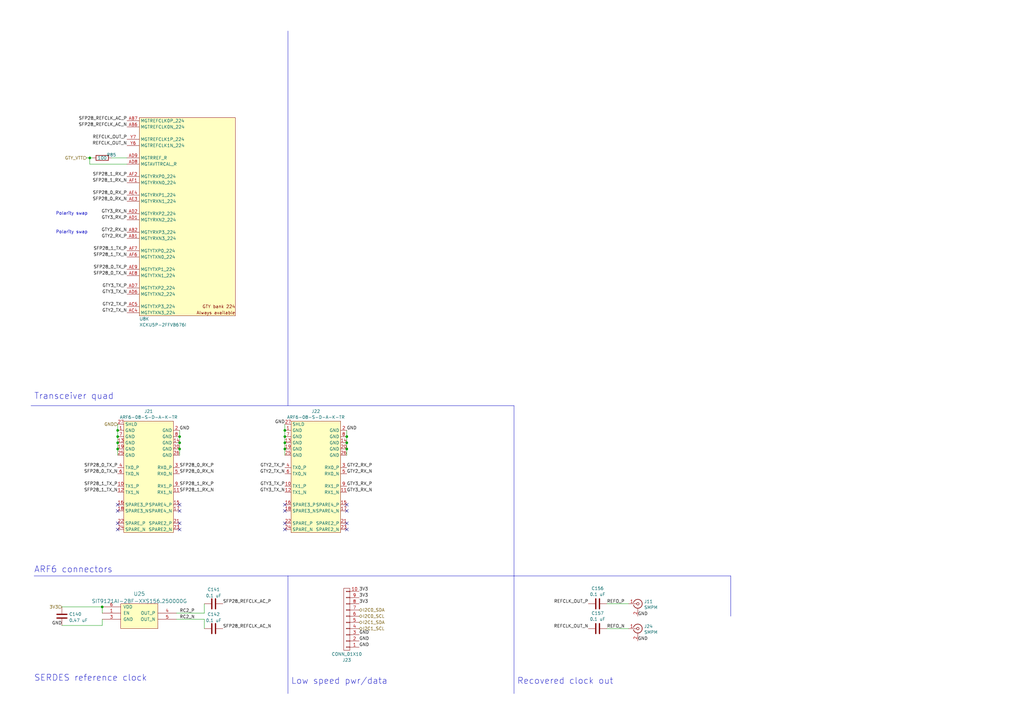
<source format=kicad_sch>
(kicad_sch (version 20231120) (generator "eeschema") (generator_version "8.0")
  (paper "A3")
  (title_block (title "LATENTRED Ethernet Switch - Main Board") (date "2025-06-04") (rev "0.1") (company "Antikernel Labs") (comment 1 "Andrew D. Zonenberg"))
  (lib_symbols
    (symbol "conn:CONN_01X10" (pin_names (offset 1.016) hide)
      (property "Reference" "J" (at 0 13.97 0))
      (property "Value" "CONN_01X10" (at 2.54 0 90))
      (symbol "CONN_01X10_1_1"
        (pin passive line (at -5.08 11.43 0) (length 3.81) (name "P1") (number "1"))
        (pin passive line (at -5.08 -11.43 0) (length 3.81) (name "P10") (number "10"))
        (pin passive line (at -5.08 8.89 0) (length 3.81) (name "P2") (number "2"))
        (pin passive line (at -5.08 6.35 0) (length 3.81) (name "P3") (number "3"))
        (pin passive line (at -5.08 3.81 0) (length 3.81) (name "P4") (number "4"))
        (pin passive line (at -5.08 1.27 0) (length 3.81) (name "P5") (number "5"))
        (pin passive line (at -5.08 -1.27 0) (length 3.81) (name "P6") (number "6"))
        (pin passive line (at -5.08 -3.81 0) (length 3.81) (name "P7") (number "7"))
        (pin passive line (at -5.08 -6.35 0) (length 3.81) (name "P8") (number "8"))
        (pin passive line (at -5.08 -8.89 0) (length 3.81) (name "P9") (number "9"))
      )
    )
    (symbol "conn:CONN_COAXIAL" (pin_names (offset 1.016) hide)
      (property "Reference" "J" (at 0.254 3.048 0))
      (property "Value" "CONN_COAXIAL" (at 2.921 0 90))
      (symbol "CONN_COAXIAL_1_1"
        (pin passive line (at -3.81 0 0) (length 2.54) (name "In") (number "1"))
        (pin passive line (at 0 -5.08 90) (length 2.54) (name "Ext") (number "2"))
      )
    )
    (symbol "device:C" (pin_numbers hide) (pin_names (offset 0.254))
      (property "Reference" "C" (at 0.635 2.54 0))
      (property "Value" "C" (at 0.635 -2.54 0))
      (symbol "C_1_1"
        (pin passive line (at 0 3.81 270) (length 2.794) (name "~") (number "1"))
        (pin passive line (at 0 -3.81 90) (length 2.794) (name "~") (number "2"))
      )
    )
    (symbol "device:R" (pin_numbers hide) (pin_names (offset 0))
      (property "Reference" "R" (at 2.032 0 90))
      (property "Value" "R" (at 0 0 90))
      (symbol "R_1_1"
        (pin passive line (at 0 3.81 270) (length 1.27) (name "~") (number "1"))
        (pin passive line (at 0 -3.81 90) (length 1.27) (name "~") (number "2"))
      )
    )
    (symbol "osc-azonenberg:OSC_LVDS_NOPAD" (pin_names (offset 1.016))
      (property "Reference" "U" (at 0 -1.27 0))
      (property "Value" "OSC_LVDS_NOPAD" (at 0 -3.81 0))
      (symbol "OSC_LVDS_NOPAD_1_1"
        (pin input line (at -7.62 6.35 0) (length 7.62) (name "EN") (number "1"))
        (pin power_in line (at -7.62 3.81 0) (length 7.62) (name "GND") (number "3"))
        (pin output line (at 22.86 6.35 180) (length 7.62) (name "OUT_P") (number "4"))
        (pin output line (at 22.86 3.81 180) (length 7.62) (name "OUT_N") (number "5"))
        (pin power_in line (at -7.62 8.89 0) (length 7.62) (name "VDD") (number "6"))
      )
    )
    (symbol "special-azonenberg:CONN_LATENTRED_SFP28_HS_HOST"
      (property "Reference" "J" (at 0 -1.27 0))
      (property "Value" "ARF6-08-S-D-A-K-TR" (at 0 0 0))
      (symbol "CONN_LATENTRED_SFP28_HS_HOST_1_1"
        (pin power_in line (at -2.54 41.91 0) (length 2.54) (name "GND") (number "1"))
        (pin input line (at -2.54 19.05 0) (length 2.54) (name "TX1_P") (number "10"))
        (pin output line (at 22.86 16.51 180) (length 2.54) (name "RX1_N") (number "11"))
        (pin input line (at -2.54 16.51 0) (length 2.54) (name "TX1_N") (number "12"))
        (pin power_in line (at -2.54 36.83 0) (length 2.54) (name "GND") (number "13"))
        (pin power_in line (at 22.86 36.83 180) (length 2.54) (name "GND") (number "14"))
        (pin output line (at 22.86 11.43 180) (length 2.54) (name "SPARE4_P") (number "15"))
        (pin input line (at -2.54 11.43 0) (length 2.54) (name "SPARE3_P") (number "16"))
        (pin output line (at 22.86 8.89 180) (length 2.54) (name "SPARE4_N") (number "17"))
        (pin input line (at -2.54 8.89 0) (length 2.54) (name "SPARE3_N") (number "18"))
        (pin power_in line (at -2.54 34.29 0) (length 2.54) (name "GND") (number "19"))
        (pin power_in line (at 22.86 41.91 180) (length 2.54) (name "GND") (number "2"))
        (pin power_in line (at 22.86 34.29 180) (length 2.54) (name "GND") (number "20"))
        (pin output line (at 22.86 3.81 180) (length 2.54) (name "SPARE2_P") (number "21"))
        (pin input line (at -2.54 3.81 0) (length 2.54) (name "SPARE_P") (number "22"))
        (pin output line (at 22.86 1.27 180) (length 2.54) (name "SPARE2_N") (number "23"))
        (pin input line (at -2.54 1.27 0) (length 2.54) (name "SPARE_N") (number "24"))
        (pin power_in line (at -2.54 31.75 0) (length 2.54) (name "GND") (number "25"))
        (pin power_in line (at 22.86 31.75 180) (length 2.54) (name "GND") (number "26"))
        (pin power_in line (at -2.54 44.45 0) (length 2.54) (name "SHLD") (number "27"))
        (pin output line (at 22.86 26.67 180) (length 2.54) (name "RX0_P") (number "3"))
        (pin input line (at -2.54 26.67 0) (length 2.54) (name "TX0_P") (number "4"))
        (pin output line (at 22.86 24.13 180) (length 2.54) (name "RX0_N") (number "5"))
        (pin input line (at -2.54 24.13 0) (length 2.54) (name "TX0_N") (number "6"))
        (pin power_in line (at -2.54 39.37 0) (length 2.54) (name "GND") (number "7"))
        (pin power_in line (at 22.86 39.37 180) (length 2.54) (name "GND") (number "8"))
        (pin output line (at 22.86 19.05 180) (length 2.54) (name "RX1_P") (number "9"))
      )
    )
    (symbol "xilinx-azonenberg:XILINX_ULTRASCALEPLUS_B676"
      (property "Reference" "U" (at 0 -2.54 0))
      (property "Value" "XILINX_ULTRASCALEPLUS_B676" (at 0 -5.08 0))
      (symbol "XILINX_ULTRASCALEPLUS_B676_1_0"
        (text "Config / dedicated" (at 34.29 1.27 0) (effects (font (size 1.27 1.27)) (justify right)))
      )
      (symbol "XILINX_ULTRASCALEPLUS_B676_1_1"
        (pin input line (at -5.08 57.15 0) (length 5.08) (name "M0_0") (number "AA10"))
        (pin power_out line (at 39.37 59.69 180) (length 5.08) (name "RDWR_FCS_B_0") (number "AA12"))
        (pin input line (at -5.08 54.61 0) (length 5.08) (name "M1_0") (number "AA9"))
        (pin input line (at -5.08 24.13 0) (length 5.08) (name "TMS_0") (number "AB10"))
        (pin output line (at -5.08 41.91 0) (length 5.08) (name "DONE_0") (number "AB11"))
        (pin input line (at -5.08 29.21 0) (length 5.08) (name "TDI_0") (number "AB12"))
        (pin input line (at -5.08 44.45 0) (length 5.08) (name "PROGRAM_B_0") (number "AB9"))
        (pin bidirectional line (at 39.37 49.53 180) (length 5.08) (name "D02_0") (number "AC11"))
        (pin bidirectional line (at 39.37 52.07 180) (length 5.08) (name "D01_DIN_0") (number "AC12"))
        (pin bidirectional line (at 39.37 54.61 180) (length 5.08) (name "D00_MOSI_0") (number "AD11"))
        (pin bidirectional line (at 39.37 46.99 180) (length 5.08) (name "D03_0") (number "AE11"))
        (pin input line (at -5.08 31.75 0) (length 5.08) (name "TCK_0") (number "AE12"))
        (pin input line (at -5.08 52.07 0) (length 5.08) (name "M2_0") (number "AF12"))
        (pin input line (at -5.08 8.89 0) (length 5.08) (name "VREFN") (number "P13"))
        (pin input line (at -5.08 19.05 0) (length 5.08) (name "VP") (number "P14"))
        (pin input line (at -5.08 16.51 0) (length 5.08) (name "VN") (number "R13"))
        (pin input line (at -5.08 11.43 0) (length 5.08) (name "VREFP") (number "R14"))
        (pin passive line (at -5.08 1.27 0) (length 5.08) (name "DXN") (number "T13"))
        (pin passive line (at -5.08 3.81 0) (length 5.08) (name "DXP") (number "T14"))
        (pin bidirectional line (at -5.08 39.37 0) (length 5.08) (name "INIT_B_0") (number "W10"))
        (pin input line (at -5.08 59.69 0) (length 5.08) (name "RSVDGND") (number "W11"))
        (pin input line (at -5.08 36.83 0) (length 5.08) (name "PUDC_B_0") (number "W9"))
        (pin output line (at -5.08 26.67 0) (length 5.08) (name "TDO_0") (number "Y10"))
        (pin output line (at 39.37 57.15 180) (length 5.08) (name "CCLK_0") (number "Y11"))
        (pin input line (at -5.08 49.53 0) (length 5.08) (name "POR_OVERRIDE") (number "Y12"))
      )
      (symbol "XILINX_ULTRASCALEPLUS_B676_2_0"
        (text "Ground 1/2" (at 33.02 1.27 0) (effects (font (size 1.27 1.27)) (justify right)))
      )
      (symbol "XILINX_ULTRASCALEPLUS_B676_2_1"
        (pin power_in line (at -5.08 128.27 0) (length 5.08) (name "GND") (number "A1"))
        (pin power_in line (at -5.08 125.73 0) (length 5.08) (name "GND") (number "A11"))
        (pin power_in line (at -5.08 123.19 0) (length 5.08) (name "GND") (number "A16"))
        (pin power_in line (at -5.08 120.65 0) (length 5.08) (name "GND") (number "A2"))
        (pin power_in line (at -5.08 118.11 0) (length 5.08) (name "GND") (number "A21"))
        (pin power_in line (at -5.08 115.57 0) (length 5.08) (name "GND") (number "A26"))
        (pin power_in line (at -5.08 113.03 0) (length 5.08) (name "GND") (number "A5"))
        (pin power_in line (at -5.08 110.49 0) (length 5.08) (name "GND") (number "A6"))
        (pin power_in line (at -5.08 107.95 0) (length 5.08) (name "GND") (number "A8"))
        (pin power_in line (at -5.08 105.41 0) (length 5.08) (name "GND") (number "AA1"))
        (pin power_in line (at -5.08 102.87 0) (length 5.08) (name "GND") (number "AA16"))
        (pin power_in line (at -5.08 100.33 0) (length 5.08) (name "GND") (number "AA2"))
        (pin power_in line (at -5.08 97.79 0) (length 5.08) (name "GND") (number "AA26"))
        (pin power_in line (at -5.08 95.25 0) (length 5.08) (name "GND") (number "AA3"))
        (pin power_in line (at -5.08 92.71 0) (length 5.08) (name "GND") (number "AA6"))
        (pin power_in line (at -5.08 90.17 0) (length 5.08) (name "GND") (number "AA8"))
        (pin power_in line (at -5.08 87.63 0) (length 5.08) (name "GND") (number "AB13"))
        (pin power_in line (at -5.08 85.09 0) (length 5.08) (name "GND") (number "AB23"))
        (pin power_in line (at -5.08 82.55 0) (length 5.08) (name "GND") (number "AB3"))
        (pin power_in line (at -5.08 80.01 0) (length 5.08) (name "GND") (number "AB4"))
        (pin power_in line (at -5.08 77.47 0) (length 5.08) (name "GND") (number "AB8"))
        (pin power_in line (at -5.08 74.93 0) (length 5.08) (name "GND") (number "AC1"))
        (pin power_in line (at -5.08 72.39 0) (length 5.08) (name "GND") (number "AC10"))
        (pin power_in line (at -5.08 69.85 0) (length 5.08) (name "GND") (number "AC2"))
        (pin power_in line (at -5.08 67.31 0) (length 5.08) (name "GND") (number "AC20"))
        (pin power_in line (at -5.08 64.77 0) (length 5.08) (name "GND") (number "AC25"))
        (pin power_in line (at -5.08 62.23 0) (length 5.08) (name "GND") (number "AC3"))
        (pin power_in line (at -5.08 59.69 0) (length 5.08) (name "GND") (number "AC6"))
        (pin power_in line (at -5.08 57.15 0) (length 5.08) (name "GND") (number "AC8"))
        (pin power_in line (at -5.08 54.61 0) (length 5.08) (name "GND") (number "AC9"))
        (pin power_in line (at -5.08 52.07 0) (length 5.08) (name "GND") (number "AD10"))
        (pin power_in line (at -5.08 49.53 0) (length 5.08) (name "GND") (number "AD17"))
        (pin power_in line (at -5.08 46.99 0) (length 5.08) (name "GND") (number "AD3"))
        (pin power_in line (at -5.08 44.45 0) (length 5.08) (name "GND") (number "AD4"))
        (pin power_in line (at -5.08 41.91 0) (length 5.08) (name "GND") (number "AD5"))
        (pin power_in line (at -5.08 39.37 0) (length 5.08) (name "GND") (number "AE1"))
        (pin power_in line (at -5.08 36.83 0) (length 5.08) (name "GND") (number "AE10"))
        (pin power_in line (at -5.08 34.29 0) (length 5.08) (name "GND") (number "AE14"))
        (pin power_in line (at -5.08 31.75 0) (length 5.08) (name "GND") (number "AE19"))
        (pin power_in line (at -5.08 29.21 0) (length 5.08) (name "GND") (number "AE2"))
        (pin power_in line (at -5.08 26.67 0) (length 5.08) (name "GND") (number "AE24"))
        (pin power_in line (at -5.08 24.13 0) (length 5.08) (name "GND") (number "AE5"))
        (pin power_in line (at -5.08 21.59 0) (length 5.08) (name "GND") (number "AE6"))
        (pin power_in line (at -5.08 19.05 0) (length 5.08) (name "GND") (number "AF10"))
        (pin power_in line (at -5.08 16.51 0) (length 5.08) (name "GND") (number "AF11"))
        (pin power_in line (at -5.08 13.97 0) (length 5.08) (name "GND") (number "AF16"))
        (pin power_in line (at -5.08 11.43 0) (length 5.08) (name "GND") (number "AF21"))
        (pin power_in line (at -5.08 8.89 0) (length 5.08) (name "GND") (number "AF26"))
        (pin power_in line (at -5.08 6.35 0) (length 5.08) (name "GND") (number "AF3"))
        (pin power_in line (at -5.08 3.81 0) (length 5.08) (name "GND") (number "AF4"))
        (pin power_in line (at -5.08 1.27 0) (length 5.08) (name "GND") (number "AF5"))
        (pin power_in line (at 38.1 133.35 180) (length 5.08) (name "GND") (number "AF8"))
        (pin power_in line (at 38.1 130.81 180) (length 5.08) (name "GND") (number "AF9"))
        (pin power_in line (at 38.1 128.27 180) (length 5.08) (name "GND") (number "B13"))
        (pin power_in line (at 38.1 125.73 180) (length 5.08) (name "GND") (number "B18"))
        (pin power_in line (at 38.1 123.19 180) (length 5.08) (name "GND") (number "B23"))
        (pin power_in line (at 38.1 120.65 180) (length 5.08) (name "GND") (number "B3"))
        (pin power_in line (at 38.1 118.11 180) (length 5.08) (name "GND") (number "B4"))
        (pin power_in line (at 38.1 115.57 180) (length 5.08) (name "GND") (number "B5"))
        (pin power_in line (at 38.1 113.03 180) (length 5.08) (name "GND") (number "B8"))
        (pin power_in line (at 38.1 110.49 180) (length 5.08) (name "GND") (number "C1"))
        (pin power_in line (at 38.1 107.95 180) (length 5.08) (name "GND") (number "C10"))
        (pin power_in line (at 38.1 105.41 180) (length 5.08) (name "GND") (number "C15"))
        (pin power_in line (at 38.1 102.87 180) (length 5.08) (name "GND") (number "C2"))
        (pin power_in line (at 38.1 100.33 180) (length 5.08) (name "GND") (number "C25"))
        (pin power_in line (at 38.1 97.79 180) (length 5.08) (name "GND") (number "C5"))
        (pin power_in line (at 38.1 95.25 180) (length 5.08) (name "GND") (number "C6"))
        (pin power_in line (at 38.1 92.71 180) (length 5.08) (name "GND") (number "C8"))
        (pin power_in line (at 38.1 90.17 180) (length 5.08) (name "GND") (number "D12"))
        (pin power_in line (at 38.1 87.63 180) (length 5.08) (name "GND") (number "D22"))
        (pin power_in line (at 38.1 85.09 180) (length 5.08) (name "GND") (number "D3"))
        (pin power_in line (at 38.1 82.55 180) (length 5.08) (name "GND") (number "D4"))
        (pin power_in line (at 38.1 80.01 180) (length 5.08) (name "GND") (number "D5"))
        (pin power_in line (at 38.1 77.47 180) (length 5.08) (name "GND") (number "D8"))
        (pin power_in line (at 38.1 74.93 180) (length 5.08) (name "GND") (number "E1"))
        (pin power_in line (at 38.1 72.39 180) (length 5.08) (name "GND") (number "E19"))
        (pin power_in line (at 38.1 69.85 180) (length 5.08) (name "GND") (number "E2"))
        (pin power_in line (at 38.1 67.31 180) (length 5.08) (name "GND") (number "E3"))
        (pin power_in line (at 38.1 64.77 180) (length 5.08) (name "GND") (number "E6"))
        (pin power_in line (at 38.1 62.23 180) (length 5.08) (name "GND") (number "E8"))
        (pin power_in line (at 38.1 59.69 180) (length 5.08) (name "GND") (number "F11"))
        (pin power_in line (at 38.1 57.15 180) (length 5.08) (name "GND") (number "F16"))
        (pin power_in line (at 38.1 54.61 180) (length 5.08) (name "GND") (number "F21"))
        (pin power_in line (at 38.1 52.07 180) (length 5.08) (name "GND") (number "F26"))
        (pin power_in line (at 38.1 49.53 180) (length 5.08) (name "GND") (number "F3"))
        (pin power_in line (at 38.1 46.99 180) (length 5.08) (name "GND") (number "F4"))
        (pin power_in line (at 38.1 44.45 180) (length 5.08) (name "GND") (number "F8"))
        (pin power_in line (at 38.1 41.91 180) (length 5.08) (name "GND") (number "G1"))
        (pin power_in line (at 38.1 39.37 180) (length 5.08) (name "GND") (number "G13"))
        (pin power_in line (at 38.1 36.83 180) (length 5.08) (name "GND") (number "G2"))
        (pin power_in line (at 38.1 34.29 180) (length 5.08) (name "GND") (number "G23"))
        (pin power_in line (at 38.1 31.75 180) (length 5.08) (name "GND") (number "G3"))
        (pin power_in line (at 38.1 29.21 180) (length 5.08) (name "GND") (number "G6"))
        (pin power_in line (at 38.1 26.67 180) (length 5.08) (name "GND") (number "G8"))
        (pin power_in line (at 38.1 24.13 180) (length 5.08) (name "GND") (number "H20"))
        (pin power_in line (at 38.1 21.59 180) (length 5.08) (name "GND") (number "H3"))
        (pin power_in line (at 38.1 19.05 180) (length 5.08) (name "GND") (number "H4"))
        (pin power_in line (at 38.1 16.51 180) (length 5.08) (name "GND") (number "H8"))
        (pin power_in line (at 38.1 13.97 180) (length 5.08) (name "GND") (number "J1"))
        (pin power_in line (at 38.1 11.43 180) (length 5.08) (name "GND") (number "J17"))
        (pin power_in line (at 38.1 8.89 180) (length 5.08) (name "GND") (number "J2"))
        (pin power_in line (at 38.1 6.35 180) (length 5.08) (name "GND") (number "J3"))
        (pin power_in line (at 38.1 3.81 180) (length 5.08) (name "GND") (number "J6"))
        (pin power_in line (at -5.08 133.35 0) (length 5.08) (name "GNDADC") (number "N13"))
      )
      (symbol "XILINX_ULTRASCALEPLUS_B676_3_0"
        (text "Power" (at 35.56 1.27 0) (effects (font (size 1.27 1.27)) (justify right)))
      )
      (symbol "XILINX_ULTRASCALEPLUS_B676_3_1"
        (pin power_in line (at 40.64 129.54 180) (length 5.08) (name "MGTAVTT_R") (number "A7"))
        (pin power_in line (at -5.08 127 0) (length 5.08) (name "VCCO_0") (number "AA11"))
        (pin power_in line (at -5.08 119.38 0) (length 5.08) (name "VCCO_64") (number "AA21"))
        (pin power_in line (at -5.08 13.97 0) (length 5.08) (name "MGTAVCC_R") (number "AA7"))
        (pin power_in line (at -5.08 116.84 0) (length 5.08) (name "VCCO_64") (number "AB18"))
        (pin power_in line (at 40.64 127 180) (length 5.08) (name "MGTAVTT_R") (number "AB5"))
        (pin power_in line (at -5.08 78.74 0) (length 5.08) (name "VCCO_84") (number "AC15"))
        (pin power_in line (at -5.08 11.43 0) (length 5.08) (name "MGTAVCC_R") (number "AC7"))
        (pin power_in line (at -5.08 124.46 0) (length 5.08) (name "VCCO_0") (number "AD12"))
        (pin power_in line (at -5.08 114.3 0) (length 5.08) (name "VCCO_64") (number "AD22"))
        (pin power_in line (at 40.64 124.46 180) (length 5.08) (name "MGTAVTT_R") (number "AE7"))
        (pin power_in line (at -5.08 88.9 0) (length 5.08) (name "VCCO_67") (number "C20"))
        (pin power_in line (at 40.64 121.92 180) (length 5.08) (name "MGTAVTT_R") (number "C7"))
        (pin power_in line (at -5.08 86.36 0) (length 5.08) (name "VCCO_67") (number "D17"))
        (pin power_in line (at -5.08 63.5 0) (length 5.08) (name "VCCO_87") (number "E14"))
        (pin power_in line (at -5.08 99.06 0) (length 5.08) (name "VCCO_66") (number "E24"))
        (pin power_in line (at 40.64 119.38 180) (length 5.08) (name "MGTAVTT_R") (number "E7"))
        (pin power_in line (at -5.08 71.12 0) (length 5.08) (name "VCCO_86") (number "E9"))
        (pin power_in line (at 40.64 116.84 180) (length 5.08) (name "MGTAVTT_R") (number "F5"))
        (pin power_in line (at -5.08 83.82 0) (length 5.08) (name "VCCO_67") (number "G18"))
        (pin power_in line (at 40.64 114.3 180) (length 5.08) (name "MGTAVTT_R") (number "G7"))
        (pin power_in line (at -5.08 68.58 0) (length 5.08) (name "VCCO_86") (number "H10"))
        (pin power_in line (at -5.08 60.96 0) (length 5.08) (name "VCCO_87") (number "H15"))
        (pin power_in line (at -5.08 96.52 0) (length 5.08) (name "VCCO_66") (number "H25"))
        (pin power_in line (at 40.64 111.76 180) (length 5.08) (name "MGTAVTT_R") (number "H5"))
        (pin power_in line (at -5.08 93.98 0) (length 5.08) (name "VCCO_66") (number "J22"))
        (pin power_in line (at -5.08 8.89 0) (length 5.08) (name "MGTAVCC_R") (number "J7"))
        (pin power_in line (at 40.64 91.44 180) (length 5.08) (name "VCCINT") (number "K11"))
        (pin power_in line (at 40.64 88.9 180) (length 5.08) (name "VCCINT") (number "K13"))
        (pin power_in line (at 40.64 86.36 180) (length 5.08) (name "VCCINT") (number "K15"))
        (pin power_in line (at 40.64 83.82 180) (length 5.08) (name "VCCINT") (number "K17"))
        (pin power_in line (at 40.64 109.22 180) (length 5.08) (name "MGTAVTT_R") (number "K5"))
        (pin power_in line (at 40.64 81.28 180) (length 5.08) (name "VCCINT") (number "L10"))
        (pin power_in line (at 40.64 78.74 180) (length 5.08) (name "VCCINT") (number "L12"))
        (pin power_in line (at 40.64 76.2 180) (length 5.08) (name "VCCINT") (number "L14"))
        (pin power_in line (at 40.64 73.66 180) (length 5.08) (name "VCCINT") (number "L16"))
        (pin power_in line (at -5.08 6.35 0) (length 5.08) (name "MGTAVCC_R") (number "L7"))
        (pin power_in line (at -5.08 39.37 0) (length 5.08) (name "VCCINT_IO") (number "L9"))
        (pin power_in line (at 40.64 71.12 180) (length 5.08) (name "VCCINT") (number "M11"))
        (pin power_in line (at 40.64 68.58 180) (length 5.08) (name "VCCINT") (number "M13"))
        (pin power_in line (at 40.64 66.04 180) (length 5.08) (name "VCCINT") (number "M15"))
        (pin power_in line (at 40.64 63.5 180) (length 5.08) (name "VCCINT") (number "M17"))
        (pin power_in line (at -5.08 55.88 0) (length 5.08) (name "VCCAUX") (number "M18"))
        (pin power_in line (at 40.64 106.68 180) (length 5.08) (name "MGTAVTT_R") (number "M5"))
        (pin power_in line (at -5.08 36.83 0) (length 5.08) (name "VCCINT_IO") (number "M9"))
        (pin power_in line (at 40.64 60.96 180) (length 5.08) (name "VCCINT") (number "N10"))
        (pin power_in line (at 40.64 58.42 180) (length 5.08) (name "VCCINT") (number "N12"))
        (pin power_in line (at -5.08 132.08 0) (length 5.08) (name "VCCADC") (number "N14"))
        (pin power_in line (at 40.64 55.88 180) (length 5.08) (name "VCCINT") (number "N16"))
        (pin power_in line (at -5.08 53.34 0) (length 5.08) (name "VCCAUX") (number "N18"))
        (pin power_in line (at -5.08 3.81 0) (length 5.08) (name "MGTAVCC_R") (number "N7"))
        (pin power_in line (at -5.08 34.29 0) (length 5.08) (name "VCCINT_IO") (number "N9"))
        (pin power_in line (at 40.64 53.34 180) (length 5.08) (name "VCCINT") (number "P11"))
        (pin power_in line (at 40.64 50.8 180) (length 5.08) (name "VCCINT") (number "P15"))
        (pin power_in line (at 40.64 48.26 180) (length 5.08) (name "VCCINT") (number "P17"))
        (pin power_in line (at -5.08 48.26 0) (length 5.08) (name "VCCAUX_IO") (number "P18"))
        (pin power_in line (at -5.08 109.22 0) (length 5.08) (name "VCCO_65") (number "P22"))
        (pin power_in line (at 40.64 104.14 180) (length 5.08) (name "MGTAVTT_R") (number "P5"))
        (pin power_in line (at -5.08 31.75 0) (length 5.08) (name "VCCINT_IO") (number "P9"))
        (pin power_in line (at 40.64 45.72 180) (length 5.08) (name "VCCINT") (number "R10"))
        (pin power_in line (at 40.64 43.18 180) (length 5.08) (name "VCCINT") (number "R12"))
        (pin power_in line (at 40.64 40.64 180) (length 5.08) (name "VCCINT") (number "R16"))
        (pin power_in line (at -5.08 45.72 0) (length 5.08) (name "VCCAUX_IO") (number "R18"))
        (pin power_in line (at 40.64 134.62 180) (length 5.08) (name "MGTVCCAUX_R") (number "R7"))
        (pin power_in line (at -5.08 26.67 0) (length 5.08) (name "VCCBRAM") (number "R9"))
        (pin power_in line (at 40.64 38.1 180) (length 5.08) (name "VCCINT") (number "T11"))
        (pin power_in line (at 40.64 35.56 180) (length 5.08) (name "VCCINT") (number "T15"))
        (pin power_in line (at 40.64 33.02 180) (length 5.08) (name "VCCINT") (number "T17"))
        (pin power_in line (at -5.08 43.18 0) (length 5.08) (name "VCCAUX_IO") (number "T18"))
        (pin power_in line (at 40.64 101.6 180) (length 5.08) (name "MGTAVTT_R") (number "T5"))
        (pin power_in line (at -5.08 24.13 0) (length 5.08) (name "VCCBRAM") (number "T9"))
        (pin power_in line (at 40.64 30.48 180) (length 5.08) (name "VCCINT") (number "U10"))
        (pin power_in line (at 40.64 27.94 180) (length 5.08) (name "VCCINT") (number "U12"))
        (pin power_in line (at 40.64 25.4 180) (length 5.08) (name "VCCINT") (number "U14"))
        (pin power_in line (at 40.64 22.86 180) (length 5.08) (name "VCCINT") (number "U16"))
        (pin power_in line (at -5.08 106.68 0) (length 5.08) (name "VCCO_65") (number "U23"))
        (pin power_in line (at 40.64 137.16 180) (length 5.08) (name "MGTVCCAUX_R") (number "U7"))
        (pin power_in line (at -5.08 21.59 0) (length 5.08) (name "VCCBRAM") (number "U9"))
        (pin power_in line (at 40.64 20.32 180) (length 5.08) (name "VCCINT") (number "V11"))
        (pin power_in line (at 40.64 17.78 180) (length 5.08) (name "VCCINT") (number "V13"))
        (pin power_in line (at 40.64 15.24 180) (length 5.08) (name "VCCINT") (number "V15"))
        (pin power_in line (at 40.64 12.7 180) (length 5.08) (name "VCCINT") (number "V17"))
        (pin power_in line (at 40.64 99.06 180) (length 5.08) (name "MGTAVTT_R") (number "V5"))
        (pin power_in line (at -5.08 19.05 0) (length 5.08) (name "VCCBRAM") (number "V9"))
        (pin power_in line (at -5.08 1.27 0) (length 5.08) (name "MGTAVCC_R") (number "W7"))
        (pin power_in line (at -5.08 76.2 0) (length 5.08) (name "VCCO_84") (number "Y14"))
        (pin power_in line (at -5.08 104.14 0) (length 5.08) (name "VCCO_65") (number "Y24"))
        (pin power_in line (at 40.64 96.52 180) (length 5.08) (name "MGTAVTT_R") (number "Y5"))
        (pin power_in line (at -5.08 137.16 0) (length 5.08) (name "VBATT") (number "Y9"))
      )
      (symbol "XILINX_ULTRASCALEPLUS_B676_4_0"
        (text "HP Bank 67" (at 39.37 3.81 0) (effects (font (size 1.27 1.27)) (justify right)))
        (text "NC IN AU10P/15P/20P" (at 39.37 1.27 0) (effects (font (size 1.27 1.27)) (justify right)))
      )
      (symbol "XILINX_ULTRASCALEPLUS_B676_4_1"
        (pin bidirectional line (at -5.08 92.71 0) (length 5.08) (name "IO_L17N_T2U_N9_AD10N_67") (number "A15"))
        (pin bidirectional line (at -5.08 85.09 0) (length 5.08) (name "IO_L16P_T2U_N6_QBC_AD3P_67") (number "A17"))
        (pin bidirectional line (at -5.08 87.63 0) (length 5.08) (name "IO_L16N_T2U_N7_QBC_AD3N_67") (number "A18"))
        (pin bidirectional line (at -5.08 95.25 0) (length 5.08) (name "IO_L18P_T2U_N10_AD2P_67") (number "A19"))
        (pin bidirectional line (at -5.08 97.79 0) (length 5.08) (name "IO_L18N_T2U_N11_AD2N_67") (number "A20"))
        (pin bidirectional line (at -5.08 105.41 0) (length 5.08) (name "IO_L19P_T3L_N0_DBC_AD9P_67") (number "A22"))
        (pin bidirectional line (at -5.08 107.95 0) (length 5.08) (name "IO_L19N_T3L_N1_DBC_AD9N_67") (number "A23"))
        (pin bidirectional line (at -5.08 125.73 0) (length 5.08) (name "IO_L23P_T3U_N8_67") (number "A24"))
        (pin bidirectional line (at -5.08 128.27 0) (length 5.08) (name "IO_L23N_T3U_N9_67") (number "A25"))
        (pin bidirectional line (at -5.08 90.17 0) (length 5.08) (name "IO_L17P_T2U_N8_AD10P_67") (number "B15"))
        (pin bidirectional line (at -5.08 100.33 0) (length 5.08) (name "IO_T2U_N12_67") (number "B16"))
        (pin bidirectional line (at -5.08 82.55 0) (length 5.08) (name "IO_L15N_T2L_N5_AD11N_67") (number "B17"))
        (pin bidirectional line (at -5.08 74.93 0) (length 5.08) (name "IO_L14P_T2L_N2_GC_67") (number "B19"))
        (pin bidirectional line (at -5.08 77.47 0) (length 5.08) (name "IO_L14N_T2L_N3_GC_67") (number "B20"))
        (pin bidirectional line (at -5.08 123.19 0) (length 5.08) (name "IO_L22N_T3U_N7_DBC_AD0N_67") (number "B21"))
        (pin bidirectional line (at -5.08 133.35 0) (length 5.08) (name "IO_L24N_T3U_N11_67") (number "B22"))
        (pin bidirectional line (at -5.08 118.11 0) (length 5.08) (name "IO_L21N_T3L_N5_AD8N_67") (number "B24"))
        (pin bidirectional line (at -5.08 31.75 0) (length 5.08) (name "IO_L6N_T0U_N11_AD6N_67") (number "C16"))
        (pin bidirectional line (at -5.08 80.01 0) (length 5.08) (name "IO_L15P_T2L_N4_AD11P_67") (number "C17"))
        (pin bidirectional line (at -5.08 69.85 0) (length 5.08) (name "IO_L13P_T2L_N0_GC_QBC_67") (number "C18"))
        (pin bidirectional line (at -5.08 72.39 0) (length 5.08) (name "IO_L13N_T2L_N1_GC_QBC_67") (number "C19"))
        (pin bidirectional line (at -5.08 120.65 0) (length 5.08) (name "IO_L22P_T3U_N6_DBC_AD0P_67") (number "C21"))
        (pin bidirectional line (at -5.08 130.81 0) (length 5.08) (name "IO_L24P_T3U_N10_67") (number "C22"))
        (pin bidirectional line (at -5.08 115.57 0) (length 5.08) (name "IO_L21P_T3L_N4_AD8P_67") (number "C23"))
        (pin bidirectional line (at -5.08 16.51 0) (length 5.08) (name "IO_L3N_T0L_N5_AD15N_67") (number "D15"))
        (pin bidirectional line (at -5.08 29.21 0) (length 5.08) (name "IO_L6P_T0U_N10_AD6P_67") (number "D16"))
        (pin bidirectional line (at -5.08 62.23 0) (length 5.08) (name "IO_L11N_T1U_N9_GC_67") (number "D18"))
        (pin bidirectional line (at -5.08 64.77 0) (length 5.08) (name "IO_L12P_T1U_N10_GC_67") (number "D19"))
        (pin bidirectional line (at -5.08 67.31 0) (length 5.08) (name "IO_L12N_T1U_N11_GC_67") (number "D20"))
        (pin bidirectional line (at -5.08 113.03 0) (length 5.08) (name "IO_L20N_T3L_N3_AD1N_67") (number "D21"))
        (pin bidirectional line (at -5.08 13.97 0) (length 5.08) (name "IO_L3P_T0L_N4_AD15P_67") (number "E15"))
        (pin bidirectional line (at -5.08 19.05 0) (length 5.08) (name "IO_L4P_T0U_N6_DBC_AD7P_67") (number "E16"))
        (pin bidirectional line (at -5.08 21.59 0) (length 5.08) (name "IO_L4N_T0U_N7_DBC_AD7N_67") (number "E17"))
        (pin bidirectional line (at -5.08 59.69 0) (length 5.08) (name "IO_L11P_T1U_N8_GC_67") (number "E18"))
        (pin bidirectional line (at -5.08 57.15 0) (length 5.08) (name "IO_L10N_T1U_N7_QBC_AD4N_67") (number "E20"))
        (pin bidirectional line (at -5.08 110.49 0) (length 5.08) (name "IO_L20P_T3L_N2_AD1P_67") (number "E21"))
        (pin bidirectional line (at -5.08 102.87 0) (length 5.08) (name "IO_T3U_N12_67") (number "E22"))
        (pin bidirectional line (at -5.08 6.35 0) (length 5.08) (name "IO_L1N_T0L_N1_DBC_67") (number "F15"))
        (pin bidirectional line (at -5.08 34.29 0) (length 5.08) (name "IO_T0U_N12_VRP_67") (number "F17"))
        (pin bidirectional line (at -5.08 44.45 0) (length 5.08) (name "IO_L8P_T1L_N2_AD5P_67") (number "F18"))
        (pin bidirectional line (at -5.08 46.99 0) (length 5.08) (name "IO_L8N_T1L_N3_AD5N_67") (number "F19"))
        (pin bidirectional line (at -5.08 54.61 0) (length 5.08) (name "IO_L10P_T1U_N6_QBC_AD4P_67") (number "F20"))
        (pin bidirectional line (at -5.08 3.81 0) (length 5.08) (name "IO_L1P_T0L_N0_DBC_67") (number "G15"))
        (pin bidirectional line (at -5.08 26.67 0) (length 5.08) (name "IO_L5N_T0U_N9_AD14N_67") (number "G16"))
        (pin bidirectional line (at -5.08 11.43 0) (length 5.08) (name "IO_L2N_T0L_N3_67") (number "G17"))
        (pin bidirectional line (at -5.08 36.83 0) (length 5.08) (name "IO_T1U_N12_67") (number "G19"))
        (pin bidirectional line (at -5.08 49.53 0) (length 5.08) (name "IO_L9P_T1L_N4_AD12P_67") (number "G20"))
        (pin bidirectional line (at -5.08 52.07 0) (length 5.08) (name "IO_L9N_T1L_N5_AD12N_67") (number "G21"))
        (pin bidirectional line (at -5.08 24.13 0) (length 5.08) (name "IO_L5P_T0U_N8_AD14P_67") (number "H16"))
        (pin bidirectional line (at -5.08 8.89 0) (length 5.08) (name "IO_L2P_T0L_N2_67") (number "H17"))
        (pin bidirectional line (at -5.08 39.37 0) (length 5.08) (name "IO_L7P_T1L_N0_QBC_AD13P_67") (number "H18"))
        (pin bidirectional line (at -5.08 41.91 0) (length 5.08) (name "IO_L7N_T1L_N1_QBC_AD13N_67") (number "H19"))
        (pin input line (at -5.08 1.27 0) (length 5.08) (name "VREF_67") (number "J16"))
      )
      (symbol "XILINX_ULTRASCALEPLUS_B676_5_0"
        (text "Always available" (at 39.37 1.27 0) (effects (font (size 1.27 1.27)) (justify right)))
        (text "HP Bank 66" (at 39.37 3.81 0) (effects (font (size 1.27 1.27)) (justify right)))
      )
      (symbol "XILINX_ULTRASCALEPLUS_B676_5_1"
        (pin bidirectional line (at -5.08 130.81 0) (length 5.08) (name "IO_L24P_T3U_N10_66") (number "B25"))
        (pin bidirectional line (at -5.08 133.35 0) (length 5.08) (name "IO_L24N_T3U_N11_66") (number "B26"))
        (pin bidirectional line (at -5.08 123.19 0) (length 5.08) (name "IO_L22N_T3U_N7_DBC_AD0N_66") (number "C24"))
        (pin bidirectional line (at -5.08 128.27 0) (length 5.08) (name "IO_L23N_T3U_N9_66") (number "C26"))
        (pin bidirectional line (at -5.08 120.65 0) (length 5.08) (name "IO_L22P_T3U_N6_DBC_AD0P_66") (number "D23"))
        (pin bidirectional line (at -5.08 115.57 0) (length 5.08) (name "IO_L21P_T3L_N4_AD8P_66") (number "D24"))
        (pin bidirectional line (at -5.08 118.11 0) (length 5.08) (name "IO_L21N_T3L_N5_AD8N_66") (number "D25"))
        (pin bidirectional line (at -5.08 125.73 0) (length 5.08) (name "IO_L23P_T3U_N8_66") (number "D26"))
        (pin bidirectional line (at -5.08 113.03 0) (length 5.08) (name "IO_L20N_T3L_N3_AD1N_66") (number "E23"))
        (pin bidirectional line (at -5.08 105.41 0) (length 5.08) (name "IO_L19P_T3L_N0_DBC_AD9P_66") (number "E25"))
        (pin bidirectional line (at -5.08 107.95 0) (length 5.08) (name "IO_L19N_T3L_N1_DBC_AD9N_66") (number "E26"))
        (pin bidirectional line (at -5.08 102.87 0) (length 5.08) (name "IO_T3U_N12_66") (number "F22"))
        (pin bidirectional line (at -5.08 110.49 0) (length 5.08) (name "IO_L20P_T3L_N2_AD1P_66") (number "F23"))
        (pin bidirectional line (at -5.08 85.09 0) (length 5.08) (name "IO_L16P_T2U_N6_QBC_AD3P_66") (number "F24"))
        (pin bidirectional line (at -5.08 87.63 0) (length 5.08) (name "IO_L16N_T2U_N7_QBC_AD3N_66") (number "F25"))
        (pin bidirectional line (at -5.08 100.33 0) (length 5.08) (name "IO_T2U_N12_66") (number "G22"))
        (pin bidirectional line (at -5.08 69.85 0) (length 5.08) (name "IO_L13P_T2L_N0_GC_QBC_66") (number "G24"))
        (pin bidirectional line (at -5.08 72.39 0) (length 5.08) (name "IO_L13N_T2L_N1_GC_QBC_66") (number "G25"))
        (pin bidirectional line (at -5.08 92.71 0) (length 5.08) (name "IO_L17N_T2U_N9_AD10N_66") (number "G26"))
        (pin bidirectional line (at -5.08 95.25 0) (length 5.08) (name "IO_L18P_T2U_N10_AD2P_66") (number "H21"))
        (pin bidirectional line (at -5.08 97.79 0) (length 5.08) (name "IO_L18N_T2U_N11_AD2N_66") (number "H22"))
        (pin bidirectional line (at -5.08 74.93 0) (length 5.08) (name "IO_L14P_T2L_N2_GC_66") (number "H23"))
        (pin bidirectional line (at -5.08 77.47 0) (length 5.08) (name "IO_L14N_T2L_N3_GC_66") (number "H24"))
        (pin bidirectional line (at -5.08 90.17 0) (length 5.08) (name "IO_L17P_T2U_N8_AD10P_66") (number "H26"))
        (pin bidirectional line (at -5.08 1.27 0) (length 5.08) (name "VREF_66") (number "J18"))
        (pin bidirectional line (at -5.08 13.97 0) (length 5.08) (name "IO_L3P_T0L_N4_AD15P_66") (number "J19"))
        (pin bidirectional line (at -5.08 16.51 0) (length 5.08) (name "IO_L3N_T0L_N5_AD15N_66") (number "J20"))
        (pin bidirectional line (at -5.08 26.67 0) (length 5.08) (name "IO_L5N_T0U_N9_AD14N_66") (number "J21"))
        (pin bidirectional line (at -5.08 64.77 0) (length 5.08) (name "IO_L12P_T1U_N10_GC_66") (number "J23"))
        (pin bidirectional line (at -5.08 67.31 0) (length 5.08) (name "IO_L12N_T1U_N11_GC_66") (number "J24"))
        (pin bidirectional line (at -5.08 80.01 0) (length 5.08) (name "IO_L15P_T2L_N4_AD11P_66") (number "J25"))
        (pin bidirectional line (at -5.08 82.55 0) (length 5.08) (name "IO_L15N_T2L_N5_AD11N_66") (number "J26"))
        (pin bidirectional line (at -5.08 6.35 0) (length 5.08) (name "IO_L1N_T0L_N1_DBC_66") (number "K18"))
        (pin bidirectional line (at -5.08 31.75 0) (length 5.08) (name "IO_L6N_T0U_N11_AD6N_66") (number "K20"))
        (pin bidirectional line (at -5.08 24.13 0) (length 5.08) (name "IO_L5P_T0U_N8_AD14P_66") (number "K21"))
        (pin bidirectional line (at -5.08 59.69 0) (length 5.08) (name "IO_L11P_T1U_N8_GC_66") (number "K22"))
        (pin bidirectional line (at -5.08 62.23 0) (length 5.08) (name "IO_L11N_T1U_N9_GC_66") (number "K23"))
        (pin bidirectional line (at -5.08 49.53 0) (length 5.08) (name "IO_L9P_T1L_N4_AD12P_66") (number "K25"))
        (pin bidirectional line (at -5.08 52.07 0) (length 5.08) (name "IO_L9N_T1L_N5_AD12N_66") (number "K26"))
        (pin bidirectional line (at -5.08 3.81 0) (length 5.08) (name "IO_L1P_T0L_N0_DBC_66") (number "L18"))
        (pin bidirectional line (at -5.08 21.59 0) (length 5.08) (name "IO_L4N_T0U_N7_DBC_AD7N_66") (number "L19"))
        (pin bidirectional line (at -5.08 29.21 0) (length 5.08) (name "IO_L6P_T0U_N10_AD6P_66") (number "L20"))
        (pin bidirectional line (at -5.08 39.37 0) (length 5.08) (name "IO_L7P_T1L_N0_QBC_AD13P_66") (number "L22"))
        (pin bidirectional line (at -5.08 41.91 0) (length 5.08) (name "IO_L7N_T1L_N1_QBC_AD13N_66") (number "L23"))
        (pin bidirectional line (at -5.08 54.61 0) (length 5.08) (name "IO_L10P_T1U_N6_QBC_AD4P_66") (number "L24"))
        (pin bidirectional line (at -5.08 57.15 0) (length 5.08) (name "IO_L10N_T1U_N7_QBC_AD4N_66") (number "L25"))
        (pin bidirectional line (at -5.08 19.05 0) (length 5.08) (name "IO_L4P_T0U_N6_DBC_AD7P_66") (number "M19"))
        (pin bidirectional line (at -5.08 8.89 0) (length 5.08) (name "IO_L2P_T0L_N2_66") (number "M20"))
        (pin bidirectional line (at -5.08 11.43 0) (length 5.08) (name "IO_L2N_T0L_N3_66") (number "M21"))
        (pin bidirectional line (at -5.08 34.29 0) (length 5.08) (name "IO_T0U_N12_VRP_66") (number "M22"))
        (pin bidirectional line (at -5.08 36.83 0) (length 5.08) (name "IO_T1U_N12_66") (number "M24"))
        (pin bidirectional line (at -5.08 44.45 0) (length 5.08) (name "IO_L8P_T1L_N2_AD5P_66") (number "M25"))
        (pin bidirectional line (at -5.08 46.99 0) (length 5.08) (name "IO_L8N_T1L_N3_AD5N_66") (number "M26"))
      )
      (symbol "XILINX_ULTRASCALEPLUS_B676_6_0"
        (text "Always available" (at 39.37 1.27 0) (effects (font (size 1.27 1.27)) (justify right)))
        (text "HP Bank 65" (at 39.37 3.81 0) (effects (font (size 1.27 1.27)) (justify right)))
      )
      (symbol "XILINX_ULTRASCALEPLUS_B676_6_1"
        (pin bidirectional line (at -5.08 36.83 0) (length 5.08) (name "IO_T1U_N12_SMBALERT_65") (number "AA23"))
        (pin bidirectional line (at -5.08 49.53 0) (length 5.08) (name "IO_L9P_T1L_N4_AD12P_A14_D30_65") (number "AA24"))
        (pin bidirectional line (at -5.08 52.07 0) (length 5.08) (name "IO_L9N_T1L_N5_AD12N_A15_D31_65") (number "AA25"))
        (pin bidirectional line (at -5.08 125.73 0) (length 5.08) (name "IO_L23P_T3U_N8_I2C_SCLK_65") (number "N19"))
        (pin bidirectional line (at -5.08 130.81 0) (length 5.08) (name "IO_L24P_T3U_N10_EMCCLK_65") (number "N21"))
        (pin bidirectional line (at -5.08 133.35 0) (length 5.08) (name "IO_L24N_T3U_N11_DOUT_CSO_B_65") (number "N22"))
        (pin bidirectional line (at -5.08 120.65 0) (length 5.08) (name "IO_L22P_T3U_N6_DBC_AD0P_D04_65") (number "N23"))
        (pin bidirectional line (at -5.08 80.01 0) (length 5.08) (name "IO_L15P_T2L_N4_AD11P_A02_D18_65") (number "N24"))
        (pin bidirectional line (at -5.08 100.33 0) (length 5.08) (name "IO_T2U_N12_CSI_ADV_B_65") (number "N26"))
        (pin bidirectional line (at -5.08 128.27 0) (length 5.08) (name "IO_L23N_T3U_N9_PERSTN1_I2C_SDA_65") (number "P19"))
        (pin bidirectional line (at -5.08 110.49 0) (length 5.08) (name "IO_L20P_T3L_N2_AD1P_D08_65") (number "P20"))
        (pin bidirectional line (at -5.08 113.03 0) (length 5.08) (name "IO_L20N_T3L_N3_AD1N_D09_65") (number "P21"))
        (pin bidirectional line (at -5.08 123.19 0) (length 5.08) (name "IO_L22N_T3U_N7_DBC_AD0N_D05_65") (number "P23"))
        (pin bidirectional line (at -5.08 82.55 0) (length 5.08) (name "IO_L15N_T2L_N5_AD11N_A03_D19_65") (number "P24"))
        (pin bidirectional line (at -5.08 90.17 0) (length 5.08) (name "IO_L17P_T2U_N8_AD10P_D14_65") (number "P25"))
        (pin bidirectional line (at -5.08 92.71 0) (length 5.08) (name "IO_L17N_T2U_N9_AD10N_D15_65") (number "P26"))
        (pin bidirectional line (at -5.08 115.57 0) (length 5.08) (name "IO_L21P_T3L_N4_AD8P_D06_65") (number "R20"))
        (pin bidirectional line (at -5.08 118.11 0) (length 5.08) (name "IO_L21N_T3L_N5_AD8N_D07_65") (number "R21"))
        (pin bidirectional line (at -5.08 105.41 0) (length 5.08) (name "IO_L19P_T3L_N0_DBC_AD9P_D10_65") (number "R22"))
        (pin bidirectional line (at -5.08 107.95 0) (length 5.08) (name "IO_L19N_T3L_N1_DBC_AD9N_D11_65") (number "R23"))
        (pin bidirectional line (at -5.08 95.25 0) (length 5.08) (name "IO_L18P_T2U_N10_AD2P_D12_65") (number "R25"))
        (pin bidirectional line (at -5.08 97.79 0) (length 5.08) (name "IO_L18N_T2U_N11_AD2N_D13_65") (number "R26"))
        (pin bidirectional line (at -5.08 102.87 0) (length 5.08) (name "IO_T3U_N12_PERSTN0_65") (number "T19"))
        (pin bidirectional line (at -5.08 13.97 0) (length 5.08) (name "IO_L3P_T0L_N4_AD15P_A26_65") (number "T20"))
        (pin bidirectional line (at -5.08 24.13 0) (length 5.08) (name "IO_L5P_T0U_N8_AD14P_A22_65") (number "T22"))
        (pin bidirectional line (at -5.08 26.67 0) (length 5.08) (name "IO_L5N_T0U_N9_AD14N_A23_65") (number "T23"))
        (pin bidirectional line (at -5.08 69.85 0) (length 5.08) (name "IO_L13P_T2L_N0_GC_QBC_A06_D22_65") (number "T24"))
        (pin bidirectional line (at -5.08 74.93 0) (length 5.08) (name "IO_L14P_T2L_N2_GC_A04_D20_65") (number "T25"))
        (pin bidirectional line (at -5.08 3.81 0) (length 5.08) (name "IO_L1P_T0L_N0_DBC_RS0_65") (number "U19"))
        (pin bidirectional line (at -5.08 16.51 0) (length 5.08) (name "IO_L3N_T0L_N5_AD15N_A27_65") (number "U20"))
        (pin bidirectional line (at -5.08 8.89 0) (length 5.08) (name "IO_L2P_T0L_N2_FOE_B_65") (number "U21"))
        (pin bidirectional line (at -5.08 11.43 0) (length 5.08) (name "IO_L2N_T0L_N3_FWE_FCS2_B_65") (number "U22"))
        (pin bidirectional line (at -5.08 72.39 0) (length 5.08) (name "IO_L13N_T2L_N1_GC_QBC_A07_D23_65") (number "U24"))
        (pin bidirectional line (at -5.08 77.47 0) (length 5.08) (name "IO_L14N_T2L_N3_GC_A05_D21_65") (number "U25"))
        (pin bidirectional line (at -5.08 85.09 0) (length 5.08) (name "IO_L16P_T2U_N6_QBC_AD3P_A00_D16_65") (number "U26"))
        (pin input line (at -5.08 1.27 0) (length 5.08) (name "VREF_65") (number "V18"))
        (pin bidirectional line (at -5.08 6.35 0) (length 5.08) (name "IO_L1N_T0L_N1_DBC_RS1_65") (number "V19"))
        (pin bidirectional line (at -5.08 19.05 0) (length 5.08) (name "IO_L4P_T0U_N6_DBC_AD7P_A24_65") (number "V21"))
        (pin bidirectional line (at -5.08 21.59 0) (length 5.08) (name "IO_L4N_T0U_N7_DBC_AD7N_A25_65") (number "V22"))
        (pin bidirectional line (at -5.08 59.69 0) (length 5.08) (name "IO_L11P_T1U_N8_GC_A10_D26_65") (number "V23"))
        (pin bidirectional line (at -5.08 64.77 0) (length 5.08) (name "IO_L12P_T1U_N10_GC_A08_D24_65") (number "V24"))
        (pin bidirectional line (at -5.08 87.63 0) (length 5.08) (name "IO_L16N_T2U_N7_QBC_AD3N_A01_D17_65") (number "V26"))
        (pin bidirectional line (at -5.08 29.21 0) (length 5.08) (name "IO_L6P_T0U_N10_AD6P_A20_65") (number "W19"))
        (pin bidirectional line (at -5.08 31.75 0) (length 5.08) (name "IO_L6N_T0U_N11_AD6N_A21_65") (number "W20"))
        (pin bidirectional line (at -5.08 34.29 0) (length 5.08) (name "IO_T0U_N12_VRP_A28_65") (number "W21"))
        (pin bidirectional line (at -5.08 62.23 0) (length 5.08) (name "IO_L11N_T1U_N9_GC_A11_D27_65") (number "W23"))
        (pin bidirectional line (at -5.08 67.31 0) (length 5.08) (name "IO_L12N_T1U_N11_GC_A09_D25_65") (number "W24"))
        (pin bidirectional line (at -5.08 54.61 0) (length 5.08) (name "IO_L10P_T1U_N6_QBC_AD4P_A12_D28_65") (number "W25"))
        (pin bidirectional line (at -5.08 57.15 0) (length 5.08) (name "IO_L10N_T1U_N7_QBC_AD4N_A13_D29_65") (number "W26"))
        (pin bidirectional line (at -5.08 39.37 0) (length 5.08) (name "IO_L7P_T1L_N0_QBC_AD13P_A18_65") (number "Y22"))
        (pin bidirectional line (at -5.08 41.91 0) (length 5.08) (name "IO_L7N_T1L_N1_QBC_AD13N_A19_65") (number "Y23"))
        (pin bidirectional line (at -5.08 44.45 0) (length 5.08) (name "IO_L8P_T1L_N2_AD5P_A16_65") (number "Y25"))
        (pin bidirectional line (at -5.08 46.99 0) (length 5.08) (name "IO_L8N_T1L_N3_AD5N_A17_65") (number "Y26"))
      )
      (symbol "XILINX_ULTRASCALEPLUS_B676_7_0"
        (text "Always available" (at 39.37 1.27 0) (effects (font (size 1.27 1.27)) (justify right)))
        (text "HP Bank 64" (at 39.37 3.81 0) (effects (font (size 1.27 1.27)) (justify right)))
      )
      (symbol "XILINX_ULTRASCALEPLUS_B676_7_1"
        (pin bidirectional line (at -5.08 128.27 0) (length 5.08) (name "IO_L23N_T3U_N9_64") (number "AA17"))
        (pin bidirectional line (at -5.08 133.35 0) (length 5.08) (name "IO_L24N_T3U_N11_64") (number "AA18"))
        (pin bidirectional line (at -5.08 110.49 0) (length 5.08) (name "IO_L20P_T3L_N2_AD1P_64") (number "AA19"))
        (pin bidirectional line (at -5.08 115.57 0) (length 5.08) (name "IO_L21P_T3L_N4_AD8P_64") (number "AA20"))
        (pin bidirectional line (at -5.08 54.61 0) (length 5.08) (name "IO_L10P_T1U_N6_QBC_AD4P_64") (number "AA22"))
        (pin bidirectional line (at -5.08 120.65 0) (length 5.08) (name "IO_L22P_T3U_N6_DBC_AD0P_64") (number "AB17"))
        (pin bidirectional line (at -5.08 113.03 0) (length 5.08) (name "IO_L20N_T3L_N3_AD1N_64") (number "AB19"))
        (pin bidirectional line (at -5.08 118.11 0) (length 5.08) (name "IO_L21N_T3L_N5_AD8N_64") (number "AB20"))
        (pin bidirectional line (at -5.08 64.77 0) (length 5.08) (name "IO_L12P_T1U_N10_GC_64") (number "AB21"))
        (pin bidirectional line (at -5.08 57.15 0) (length 5.08) (name "IO_L10N_T1U_N7_QBC_AD4N_64") (number "AB22"))
        (pin bidirectional line (at -5.08 29.21 0) (length 5.08) (name "IO_L6P_T0U_N10_AD6P_64") (number "AB24"))
        (pin bidirectional line (at -5.08 8.89 0) (length 5.08) (name "IO_L2P_T0L_N2_64") (number "AB25"))
        (pin bidirectional line (at -5.08 11.43 0) (length 5.08) (name "IO_L2N_T0L_N3_64") (number "AB26"))
        (pin bidirectional line (at -5.08 102.87 0) (length 5.08) (name "IO_T3U_N12_64") (number "AC16"))
        (pin bidirectional line (at -5.08 123.19 0) (length 5.08) (name "IO_L22N_T3U_N7_DBC_AD0N_64") (number "AC17"))
        (pin bidirectional line (at -5.08 85.09 0) (length 5.08) (name "IO_L16P_T2U_N6_QBC_AD3P_64") (number "AC18"))
        (pin bidirectional line (at -5.08 74.93 0) (length 5.08) (name "IO_L14P_T2L_N2_GC_64") (number "AC19"))
        (pin bidirectional line (at -5.08 67.31 0) (length 5.08) (name "IO_L12N_T1U_N11_GC_64") (number "AC21"))
        (pin bidirectional line (at -5.08 49.53 0) (length 5.08) (name "IO_L9P_T1L_N4_AD12P_64") (number "AC22"))
        (pin bidirectional line (at -5.08 52.07 0) (length 5.08) (name "IO_L9N_T1L_N5_AD12N_64") (number "AC23"))
        (pin bidirectional line (at -5.08 31.75 0) (length 5.08) (name "IO_L6N_T0U_N11_AD6N_64") (number "AC24"))
        (pin bidirectional line (at -5.08 19.05 0) (length 5.08) (name "IO_L4P_T0U_N6_DBC_AD7P_64") (number "AC26"))
        (pin bidirectional line (at -5.08 95.25 0) (length 5.08) (name "IO_L18P_T2U_N10_AD2P_64") (number "AD16"))
        (pin bidirectional line (at -5.08 87.63 0) (length 5.08) (name "IO_L16N_T2U_N7_QBC_AD3N_64") (number "AD18"))
        (pin bidirectional line (at -5.08 77.47 0) (length 5.08) (name "IO_L14N_T2L_N3_GC_64") (number "AD19"))
        (pin bidirectional line (at -5.08 69.85 0) (length 5.08) (name "IO_L13P_T2L_N0_GC_QBC_64") (number "AD20"))
        (pin bidirectional line (at -5.08 59.69 0) (length 5.08) (name "IO_L11P_T1U_N8_GC_64") (number "AD21"))
        (pin bidirectional line (at -5.08 44.45 0) (length 5.08) (name "IO_L8P_T1L_N2_AD5P_64") (number "AD23"))
        (pin bidirectional line (at -5.08 24.13 0) (length 5.08) (name "IO_L5P_T0U_N8_AD14P_64") (number "AD24"))
        (pin bidirectional line (at -5.08 26.67 0) (length 5.08) (name "IO_L5N_T0U_N9_AD14N_64") (number "AD25"))
        (pin bidirectional line (at -5.08 21.59 0) (length 5.08) (name "IO_L4N_T0U_N7_DBC_AD7N_64") (number "AD26"))
        (pin bidirectional line (at -5.08 97.79 0) (length 5.08) (name "IO_L18N_T2U_N11_AD2N_64") (number "AE16"))
        (pin bidirectional line (at -5.08 90.17 0) (length 5.08) (name "IO_L17P_T2U_N8_AD10P_64") (number "AE17"))
        (pin bidirectional line (at -5.08 100.33 0) (length 5.08) (name "IO_T2U_N12_64") (number "AE18"))
        (pin bidirectional line (at -5.08 72.39 0) (length 5.08) (name "IO_L13N_T2L_N1_GC_QBC_64") (number "AE20"))
        (pin bidirectional line (at -5.08 62.23 0) (length 5.08) (name "IO_L11N_T1U_N9_GC_64") (number "AE21"))
        (pin bidirectional line (at -5.08 39.37 0) (length 5.08) (name "IO_L7P_T1L_N0_QBC_AD13P_64") (number "AE22"))
        (pin bidirectional line (at -5.08 46.99 0) (length 5.08) (name "IO_L8N_T1L_N3_AD5N_64") (number "AE23"))
        (pin bidirectional line (at -5.08 3.81 0) (length 5.08) (name "IO_L1P_T0L_N0_DBC_64") (number "AE25"))
        (pin bidirectional line (at -5.08 6.35 0) (length 5.08) (name "IO_L1N_T0L_N1_DBC_64") (number "AE26"))
        (pin bidirectional line (at -5.08 92.71 0) (length 5.08) (name "IO_L17N_T2U_N9_AD10N_64") (number "AF17"))
        (pin bidirectional line (at -5.08 80.01 0) (length 5.08) (name "IO_L15P_T2L_N4_AD11P_64") (number "AF18"))
        (pin bidirectional line (at -5.08 82.55 0) (length 5.08) (name "IO_L15N_T2L_N5_AD11N_64") (number "AF19"))
        (pin bidirectional line (at -5.08 36.83 0) (length 5.08) (name "IO_T1U_N12_64") (number "AF20"))
        (pin bidirectional line (at -5.08 41.91 0) (length 5.08) (name "IO_L7N_T1L_N1_QBC_AD13N_64") (number "AF22"))
        (pin bidirectional line (at -5.08 34.29 0) (length 5.08) (name "IO_T0U_N12_VRP_64") (number "AF23"))
        (pin bidirectional line (at -5.08 13.97 0) (length 5.08) (name "IO_L3P_T0L_N4_AD15P_64") (number "AF24"))
        (pin bidirectional line (at -5.08 16.51 0) (length 5.08) (name "IO_L3N_T0L_N5_AD15N_64") (number "AF25"))
        (pin bidirectional line (at -5.08 1.27 0) (length 5.08) (name "VREF_64") (number "W18"))
        (pin bidirectional line (at -5.08 125.73 0) (length 5.08) (name "IO_L23P_T3U_N8_64") (number "Y17"))
        (pin bidirectional line (at -5.08 130.81 0) (length 5.08) (name "IO_L24P_T3U_N10_64") (number "Y18"))
        (pin bidirectional line (at -5.08 105.41 0) (length 5.08) (name "IO_L19P_T3L_N0_DBC_AD9P_64") (number "Y20"))
        (pin bidirectional line (at -5.08 107.95 0) (length 5.08) (name "IO_L19N_T3L_N1_DBC_AD9N_64") (number "Y21"))
      )
      (symbol "XILINX_ULTRASCALEPLUS_B676_8_0"
        (text "Bank 86 in AU10P/15P" (at 39.37 1.27 0) (effects (font (size 1.27 1.27)) (justify right)))
        (text "HD Bank 87" (at 39.37 3.81 0) (effects (font (size 1.27 1.27)) (justify right)))
      )
      (symbol "XILINX_ULTRASCALEPLUS_B676_8_1"
        (pin bidirectional line (at -5.08 57.15 0) (length 5.08) (name "IO_L11N_AD9N_87") (number "A12"))
        (pin bidirectional line (at -5.08 54.61 0) (length 5.08) (name "IO_L11P_AD9P_87") (number "A13"))
        (pin bidirectional line (at -5.08 62.23 0) (length 5.08) (name "IO_L12N_AD8N_87") (number "A14"))
        (pin bidirectional line (at -5.08 52.07 0) (length 5.08) (name "IO_L10N_AD10N_87") (number "B12"))
        (pin bidirectional line (at -5.08 59.69 0) (length 5.08) (name "IO_L12P_AD8P_87") (number "B14"))
        (pin bidirectional line (at -5.08 49.53 0) (length 5.08) (name "IO_L10P_AD10P_87") (number "C12"))
        (pin bidirectional line (at -5.08 46.99 0) (length 5.08) (name "IO_L9N_AD11N_87") (number "C13"))
        (pin bidirectional line (at -5.08 44.45 0) (length 5.08) (name "IO_L9P_AD11P_87") (number "C14"))
        (pin bidirectional line (at -5.08 41.91 0) (length 5.08) (name "IO_L8N_HDGC_87") (number "D13"))
        (pin bidirectional line (at -5.08 39.37 0) (length 5.08) (name "IO_L8P_HDGC_87") (number "D14"))
        (pin bidirectional line (at -5.08 36.83 0) (length 5.08) (name "IO_L7N_HDGC_87") (number "E12"))
        (pin bidirectional line (at -5.08 34.29 0) (length 5.08) (name "IO_L7P_HDGC_87") (number "E13"))
        (pin bidirectional line (at -5.08 26.67 0) (length 5.08) (name "IO_L5N_HDGC_87") (number "F12"))
        (pin bidirectional line (at -5.08 31.75 0) (length 5.08) (name "IO_L6N_HDGC_87") (number "F13"))
        (pin bidirectional line (at -5.08 29.21 0) (length 5.08) (name "IO_L6P_HDGC_87") (number "F14"))
        (pin bidirectional line (at -5.08 24.13 0) (length 5.08) (name "IO_L5P_HDGC_87") (number "G12"))
        (pin bidirectional line (at -5.08 16.51 0) (length 5.08) (name "IO_L3N_AD13N_87") (number "G14"))
        (pin bidirectional line (at -5.08 6.35 0) (length 5.08) (name "IO_L1N_AD15N_87") (number "H12"))
        (pin bidirectional line (at -5.08 11.43 0) (length 5.08) (name "IO_L2N_AD14N_87") (number "H13"))
        (pin bidirectional line (at -5.08 13.97 0) (length 5.08) (name "IO_L3P_AD13P_87") (number "H14"))
        (pin bidirectional line (at -5.08 3.81 0) (length 5.08) (name "IO_L1P_AD15P_87") (number "J12"))
        (pin bidirectional line (at -5.08 8.89 0) (length 5.08) (name "IO_L2P_AD14P_87") (number "J13"))
        (pin bidirectional line (at -5.08 21.59 0) (length 5.08) (name "IO_L4N_AD12N_87") (number "J14"))
        (pin bidirectional line (at -5.08 19.05 0) (length 5.08) (name "IO_L4P_AD12P_87") (number "J15"))
      )
      (symbol "XILINX_ULTRASCALEPLUS_B676_9_0"
        (text "Bank 85 in AU10P/15P" (at 39.37 1.27 0) (effects (font (size 1.27 1.27)) (justify right)))
        (text "HD Bank 86" (at 39.37 3.81 0) (effects (font (size 1.27 1.27)) (justify right)))
      )
      (symbol "XILINX_ULTRASCALEPLUS_B676_9_1"
        (pin bidirectional line (at -5.08 57.15 0) (length 5.08) (name "IO_L11N_AD1N_86") (number "A10"))
        (pin bidirectional line (at -5.08 52.07 0) (length 5.08) (name "IO_L10N_AD2N_86") (number "A9"))
        (pin bidirectional line (at -5.08 54.61 0) (length 5.08) (name "IO_L11P_AD1P_86") (number "B10"))
        (pin bidirectional line (at -5.08 62.23 0) (length 5.08) (name "IO_L12N_AD0N_86") (number "B11"))
        (pin bidirectional line (at -5.08 49.53 0) (length 5.08) (name "IO_L10P_AD2P_86") (number "B9"))
        (pin bidirectional line (at -5.08 59.69 0) (length 5.08) (name "IO_L12P_AD0P_86") (number "C11"))
        (pin bidirectional line (at -5.08 46.99 0) (length 5.08) (name "IO_L9N_AD3N_86") (number "C9"))
        (pin bidirectional line (at -5.08 41.91 0) (length 5.08) (name "IO_L8N_HDGC_AD4N_86") (number "D10"))
        (pin bidirectional line (at -5.08 39.37 0) (length 5.08) (name "IO_L8P_HDGC_AD4P_86") (number "D11"))
        (pin bidirectional line (at -5.08 44.45 0) (length 5.08) (name "IO_L9P_AD3P_86") (number "D9"))
        (pin bidirectional line (at -5.08 36.83 0) (length 5.08) (name "IO_L7N_HDGC_AD5N_86") (number "E10"))
        (pin bidirectional line (at -5.08 34.29 0) (length 5.08) (name "IO_L7P_HDGC_AD5P_86") (number "E11"))
        (pin bidirectional line (at -5.08 29.21 0) (length 5.08) (name "IO_L6P_HDGC_AD6P_86") (number "F10"))
        (pin bidirectional line (at -5.08 31.75 0) (length 5.08) (name "IO_L6N_HDGC_AD6N_86") (number "F9"))
        (pin bidirectional line (at -5.08 24.13 0) (length 5.08) (name "IO_L5P_HDGC_AD7P_86") (number "G10"))
        (pin bidirectional line (at -5.08 21.59 0) (length 5.08) (name "IO_L4N_AD8N_86") (number "G11"))
        (pin bidirectional line (at -5.08 26.67 0) (length 5.08) (name "IO_L5N_HDGC_AD7N_86") (number "G9"))
        (pin bidirectional line (at -5.08 19.05 0) (length 5.08) (name "IO_L4P_AD8P_86") (number "H11"))
        (pin bidirectional line (at -5.08 16.51 0) (length 5.08) (name "IO_L3N_AD9N_86") (number "H9"))
        (pin bidirectional line (at -5.08 11.43 0) (length 5.08) (name "IO_L2N_AD10N_86") (number "J10"))
        (pin bidirectional line (at -5.08 8.89 0) (length 5.08) (name "IO_L2P_AD10P_86") (number "J11"))
        (pin bidirectional line (at -5.08 13.97 0) (length 5.08) (name "IO_L3P_AD9P_86") (number "J9"))
        (pin bidirectional line (at -5.08 3.81 0) (length 5.08) (name "IO_L1P_AD11P_86") (number "K10"))
        (pin bidirectional line (at -5.08 6.35 0) (length 5.08) (name "IO_L1N_AD11N_86") (number "K9"))
      )
      (symbol "XILINX_ULTRASCALEPLUS_B676_10_0"
        (text "Always available" (at 39.37 1.27 0) (effects (font (size 1.27 1.27)) (justify right)))
        (text "HD Bank 84" (at 39.37 3.81 0) (effects (font (size 1.27 1.27)) (justify right)))
      )
      (symbol "XILINX_ULTRASCALEPLUS_B676_10_1"
        (pin bidirectional line (at -5.08 57.15 0) (length 5.08) (name "IO_L11N_AD1N_84") (number "AA13"))
        (pin bidirectional line (at -5.08 39.37 0) (length 5.08) (name "IO_L8P_HDGC_AD4P_84") (number "AA14"))
        (pin bidirectional line (at -5.08 36.83 0) (length 5.08) (name "IO_L7N_HDGC_AD5N_84") (number "AA15"))
        (pin bidirectional line (at -5.08 41.91 0) (length 5.08) (name "IO_L8N_HDGC_AD4N_84") (number "AB14"))
        (pin bidirectional line (at -5.08 29.21 0) (length 5.08) (name "IO_L6P_HDGC_AD6P_84") (number "AB15"))
        (pin bidirectional line (at -5.08 31.75 0) (length 5.08) (name "IO_L6N_HDGC_AD6N_84") (number "AB16"))
        (pin bidirectional line (at -5.08 24.13 0) (length 5.08) (name "IO_L5P_HDGC_AD7P_84") (number "AC13"))
        (pin bidirectional line (at -5.08 26.67 0) (length 5.08) (name "IO_L5N_HDGC_AD7N_84") (number "AC14"))
        (pin bidirectional line (at -5.08 19.05 0) (length 5.08) (name "IO_L4P_AD8P_84") (number "AD13"))
        (pin bidirectional line (at -5.08 21.59 0) (length 5.08) (name "IO_L4N_AD8N_84") (number "AD14"))
        (pin bidirectional line (at -5.08 13.97 0) (length 5.08) (name "IO_L3P_AD9P_84") (number "AD15"))
        (pin bidirectional line (at -5.08 8.89 0) (length 5.08) (name "IO_L2P_AD10P_84") (number "AE13"))
        (pin bidirectional line (at -5.08 16.51 0) (length 5.08) (name "IO_L3N_AD9N_84") (number "AE15"))
        (pin bidirectional line (at -5.08 11.43 0) (length 5.08) (name "IO_L2N_AD10N_84") (number "AF13"))
        (pin bidirectional line (at -5.08 3.81 0) (length 5.08) (name "IO_L1P_AD11P_84") (number "AF14"))
        (pin bidirectional line (at -5.08 6.35 0) (length 5.08) (name "IO_L1N_AD11N_84") (number "AF15"))
        (pin bidirectional line (at -5.08 59.69 0) (length 5.08) (name "IO_L12P_AD0P_84") (number "W12"))
        (pin bidirectional line (at -5.08 62.23 0) (length 5.08) (name "IO_L12N_AD0N_84") (number "W13"))
        (pin bidirectional line (at -5.08 49.53 0) (length 5.08) (name "IO_L10P_AD2P_84") (number "W14"))
        (pin bidirectional line (at -5.08 52.07 0) (length 5.08) (name "IO_L10N_AD2N_84") (number "W15"))
        (pin bidirectional line (at -5.08 44.45 0) (length 5.08) (name "IO_L9P_AD3P_84") (number "W16"))
        (pin bidirectional line (at -5.08 54.61 0) (length 5.08) (name "IO_L11P_AD1P_84") (number "Y13"))
        (pin bidirectional line (at -5.08 34.29 0) (length 5.08) (name "IO_L7P_HDGC_AD5P_84") (number "Y15"))
        (pin bidirectional line (at -5.08 46.99 0) (length 5.08) (name "IO_L9N_AD3N_84") (number "Y16"))
      )
      (symbol "XILINX_ULTRASCALEPLUS_B676_11_0"
        (text "Always available" (at 39.37 1.27 0) (effects (font (size 1.27 1.27)) (justify right)))
        (text "GTY bank 224" (at 39.37 3.81 0) (effects (font (size 1.27 1.27)) (justify right)))
      )
      (symbol "XILINX_ULTRASCALEPLUS_B676_11_1"
        (pin input line (at -5.08 31.75 0) (length 5.08) (name "MGTYRXN3_224") (number "AB1"))
        (pin input line (at -5.08 34.29 0) (length 5.08) (name "MGTYRXP3_224") (number "AB2"))
        (pin input line (at -5.08 77.47 0) (length 5.08) (name "MGTREFCLK0N_224") (number "AB6"))
        (pin input line (at -5.08 80.01 0) (length 5.08) (name "MGTREFCLK0P_224") (number "AB7"))
        (pin output line (at -5.08 1.27 0) (length 5.08) (name "MGTYTXN3_224") (number "AC4"))
        (pin output line (at -5.08 3.81 0) (length 5.08) (name "MGTYTXP3_224") (number "AC5"))
        (pin input line (at -5.08 39.37 0) (length 5.08) (name "MGTYRXN2_224") (number "AD1"))
        (pin input line (at -5.08 41.91 0) (length 5.08) (name "MGTYRXP2_224") (number "AD2"))
        (pin output line (at -5.08 8.89 0) (length 5.08) (name "MGTYTXN2_224") (number "AD6"))
        (pin output line (at -5.08 11.43 0) (length 5.08) (name "MGTYTXP2_224") (number "AD7"))
        (pin input line (at -5.08 62.23 0) (length 5.08) (name "MGTAVTTRCAL_R") (number "AD8"))
        (pin input line (at -5.08 64.77 0) (length 5.08) (name "MGTRREF_R") (number "AD9"))
        (pin input line (at -5.08 46.99 0) (length 5.08) (name "MGTYRXN1_224") (number "AE3"))
        (pin input line (at -5.08 49.53 0) (length 5.08) (name "MGTYRXP1_224") (number "AE4"))
        (pin output line (at -5.08 16.51 0) (length 5.08) (name "MGTYTXN1_224") (number "AE8"))
        (pin output line (at -5.08 19.05 0) (length 5.08) (name "MGTYTXP1_224") (number "AE9"))
        (pin input line (at -5.08 54.61 0) (length 5.08) (name "MGTYRXN0_224") (number "AF1"))
        (pin input line (at -5.08 57.15 0) (length 5.08) (name "MGTYRXP0_224") (number "AF2"))
        (pin output line (at -5.08 24.13 0) (length 5.08) (name "MGTYTXN0_224") (number "AF6"))
        (pin output line (at -5.08 26.67 0) (length 5.08) (name "MGTYTXP0_224") (number "AF7"))
        (pin input line (at -5.08 69.85 0) (length 5.08) (name "MGTREFCLK1N_224") (number "Y6"))
        (pin input line (at -5.08 72.39 0) (length 5.08) (name "MGTREFCLK1P_224") (number "Y7"))
      )
      (symbol "XILINX_ULTRASCALEPLUS_B676_12_0"
        (text "Always available" (at 39.37 1.27 0) (effects (font (size 1.27 1.27)) (justify right)))
        (text "GTY bank 225" (at 39.37 3.81 0) (effects (font (size 1.27 1.27)) (justify right)))
      )
      (symbol "XILINX_ULTRASCALEPLUS_B676_12_1"
        (pin output line (at -5.08 24.13 0) (length 5.08) (name "MGTYTXN0_225") (number "AA4"))
        (pin output line (at -5.08 26.67 0) (length 5.08) (name "MGTYTXP0_225") (number "AA5"))
        (pin input line (at -5.08 31.75 0) (length 5.08) (name "MGTYRXN3_225") (number "P1"))
        (pin input line (at -5.08 34.29 0) (length 5.08) (name "MGTYRXP3_225") (number "P2"))
        (pin output line (at -5.08 1.27 0) (length 5.08) (name "MGTYTXN3_225") (number "R4"))
        (pin output line (at -5.08 3.81 0) (length 5.08) (name "MGTYTXP3_225") (number "R5"))
        (pin input line (at -5.08 39.37 0) (length 5.08) (name "MGTYRXN2_225") (number "T1"))
        (pin input line (at -5.08 41.91 0) (length 5.08) (name "MGTYRXP2_225") (number "T2"))
        (pin input line (at -5.08 69.85 0) (length 5.08) (name "MGTREFCLK1N_225") (number "T6"))
        (pin input line (at -5.08 72.39 0) (length 5.08) (name "MGTREFCLK1P_225") (number "T7"))
        (pin output line (at -5.08 8.89 0) (length 5.08) (name "MGTYTXN2_225") (number "U4"))
        (pin output line (at -5.08 11.43 0) (length 5.08) (name "MGTYTXP2_225") (number "U5"))
        (pin input line (at -5.08 46.99 0) (length 5.08) (name "MGTYRXN1_225") (number "V1"))
        (pin input line (at -5.08 49.53 0) (length 5.08) (name "MGTYRXP1_225") (number "V2"))
        (pin input line (at -5.08 77.47 0) (length 5.08) (name "MGTREFCLK0N_225") (number "V6"))
        (pin input line (at -5.08 80.01 0) (length 5.08) (name "MGTREFCLK0P_225") (number "V7"))
        (pin output line (at -5.08 16.51 0) (length 5.08) (name "MGTYTXN1_225") (number "W4"))
        (pin output line (at -5.08 19.05 0) (length 5.08) (name "MGTYTXP1_225") (number "W5"))
        (pin input line (at -5.08 54.61 0) (length 5.08) (name "MGTYRXN0_225") (number "Y1"))
        (pin input line (at -5.08 57.15 0) (length 5.08) (name "MGTYRXP0_225") (number "Y2"))
      )
      (symbol "XILINX_ULTRASCALEPLUS_B676_13_0"
        (text "Always available" (at 39.37 1.27 0) (effects (font (size 1.27 1.27)) (justify right)))
        (text "GTY bank 226" (at 39.37 3.81 0) (effects (font (size 1.27 1.27)) (justify right)))
      )
      (symbol "XILINX_ULTRASCALEPLUS_B676_13_1"
        (pin input line (at -5.08 31.75 0) (length 5.08) (name "MGTYRXN3_226") (number "F1"))
        (pin input line (at -5.08 34.29 0) (length 5.08) (name "MGTYRXP3_226") (number "F2"))
        (pin output line (at -5.08 1.27 0) (length 5.08) (name "MGTYTXN3_226") (number "G4"))
        (pin output line (at -5.08 3.81 0) (length 5.08) (name "MGTYTXP3_226") (number "G5"))
        (pin input line (at -5.08 39.37 0) (length 5.08) (name "MGTYRXN2_226") (number "H1"))
        (pin input line (at -5.08 41.91 0) (length 5.08) (name "MGTYRXP2_226") (number "H2"))
        (pin output line (at -5.08 8.89 0) (length 5.08) (name "MGTYTXN2_226") (number "J4"))
        (pin output line (at -5.08 11.43 0) (length 5.08) (name "MGTYTXP2_226") (number "J5"))
        (pin input line (at -5.08 46.99 0) (length 5.08) (name "MGTYRXN1_226") (number "K1"))
        (pin input line (at -5.08 49.53 0) (length 5.08) (name "MGTYRXP1_226") (number "K2"))
        (pin output line (at -5.08 16.51 0) (length 5.08) (name "MGTYTXN1_226") (number "L4"))
        (pin output line (at -5.08 19.05 0) (length 5.08) (name "MGTYTXP1_226") (number "L5"))
        (pin input line (at -5.08 54.61 0) (length 5.08) (name "MGTYRXN0_226") (number "M1"))
        (pin input line (at -5.08 57.15 0) (length 5.08) (name "MGTYRXP0_226") (number "M2"))
        (pin input line (at -5.08 69.85 0) (length 5.08) (name "MGTREFCLK1N_226") (number "M6"))
        (pin input line (at -5.08 72.39 0) (length 5.08) (name "MGTREFCLK1P_226") (number "M7"))
        (pin output line (at -5.08 24.13 0) (length 5.08) (name "MGTYTXN0_226") (number "N4"))
        (pin output line (at -5.08 26.67 0) (length 5.08) (name "MGTYTXP0_226") (number "N5"))
        (pin input line (at -5.08 77.47 0) (length 5.08) (name "MGTREFCLK0N_226") (number "P6"))
        (pin input line (at -5.08 80.01 0) (length 5.08) (name "MGTREFCLK0P_226") (number "P7"))
      )
      (symbol "XILINX_ULTRASCALEPLUS_B676_14_0"
        (text "GTY bank 227" (at 39.37 3.81 0) (effects (font (size 1.27 1.27)) (justify right)))
        (text "NC in all Artix parts" (at 39.37 1.27 0) (effects (font (size 1.27 1.27)) (justify right)))
      )
      (symbol "XILINX_ULTRASCALEPLUS_B676_14_1"
        (pin input line (at -5.08 31.75 0) (length 5.08) (name "MGTYRXN3_227") (number "A3"))
        (pin input line (at -5.08 34.29 0) (length 5.08) (name "MGTYRXP3_227") (number "A4"))
        (pin input line (at -5.08 39.37 0) (length 5.08) (name "MGTYRXN2_227") (number "B1"))
        (pin input line (at -5.08 41.91 0) (length 5.08) (name "MGTYRXP2_227") (number "B2"))
        (pin output line (at -5.08 1.27 0) (length 5.08) (name "MGTYTXN3_227") (number "B6"))
        (pin output line (at -5.08 3.81 0) (length 5.08) (name "MGTYTXP3_227") (number "B7"))
        (pin input line (at -5.08 46.99 0) (length 5.08) (name "MGTYRXN1_227") (number "C3"))
        (pin input line (at -5.08 49.53 0) (length 5.08) (name "MGTYRXP1_227") (number "C4"))
        (pin input line (at -5.08 54.61 0) (length 5.08) (name "MGTYRXN0_227") (number "D1"))
        (pin input line (at -5.08 57.15 0) (length 5.08) (name "MGTYRXP0_227") (number "D2"))
        (pin output line (at -5.08 8.89 0) (length 5.08) (name "MGTYTXN2_227") (number "D6"))
        (pin output line (at -5.08 11.43 0) (length 5.08) (name "MGTYTXP2_227") (number "D7"))
        (pin output line (at -5.08 16.51 0) (length 5.08) (name "MGTYTXN1_227") (number "E4"))
        (pin output line (at -5.08 19.05 0) (length 5.08) (name "MGTYTXP1_227") (number "E5"))
        (pin output line (at -5.08 24.13 0) (length 5.08) (name "MGTYTXN0_227") (number "F6"))
        (pin output line (at -5.08 26.67 0) (length 5.08) (name "MGTYTXP0_227") (number "F7"))
        (pin input line (at -5.08 69.85 0) (length 5.08) (name "MGTREFCLK1N_227") (number "H6"))
        (pin input line (at -5.08 72.39 0) (length 5.08) (name "MGTREFCLK1P_227") (number "H7"))
        (pin input line (at -5.08 77.47 0) (length 5.08) (name "MGTREFCLK0N_227") (number "K6"))
        (pin input line (at -5.08 80.01 0) (length 5.08) (name "MGTREFCLK0P_227") (number "K7"))
      )
      (symbol "XILINX_ULTRASCALEPLUS_B676_15_0"
        (text "Ground 2/2" (at 33.02 1.27 0) (effects (font (size 1.27 1.27)) (justify right)))
      )
      (symbol "XILINX_ULTRASCALEPLUS_B676_15_1"
        (pin power_in line (at -5.08 133.35 0) (length 5.08) (name "GND") (number "J8"))
        (pin power_in line (at -5.08 130.81 0) (length 5.08) (name "GND") (number "K12"))
        (pin power_in line (at -5.08 128.27 0) (length 5.08) (name "GND") (number "K14"))
        (pin power_in line (at -5.08 125.73 0) (length 5.08) (name "GND") (number "K16"))
        (pin power_in line (at -5.08 123.19 0) (length 5.08) (name "GND") (number "K19"))
        (pin power_in line (at -5.08 120.65 0) (length 5.08) (name "GND") (number "K24"))
        (pin power_in line (at -5.08 118.11 0) (length 5.08) (name "GND") (number "K3"))
        (pin power_in line (at -5.08 115.57 0) (length 5.08) (name "GND") (number "K4"))
        (pin power_in line (at -5.08 113.03 0) (length 5.08) (name "GND") (number "K8"))
        (pin power_in line (at -5.08 110.49 0) (length 5.08) (name "GND") (number "L1"))
        (pin power_in line (at -5.08 107.95 0) (length 5.08) (name "GND") (number "L11"))
        (pin power_in line (at -5.08 105.41 0) (length 5.08) (name "GND") (number "L13"))
        (pin power_in line (at -5.08 102.87 0) (length 5.08) (name "GND") (number "L15"))
        (pin power_in line (at -5.08 100.33 0) (length 5.08) (name "GND") (number "L17"))
        (pin power_in line (at -5.08 97.79 0) (length 5.08) (name "GND") (number "L2"))
        (pin power_in line (at -5.08 95.25 0) (length 5.08) (name "GND") (number "L21"))
        (pin power_in line (at -5.08 92.71 0) (length 5.08) (name "GND") (number "L26"))
        (pin power_in line (at -5.08 90.17 0) (length 5.08) (name "GND") (number "L3"))
        (pin power_in line (at -5.08 87.63 0) (length 5.08) (name "GND") (number "L6"))
        (pin power_in line (at -5.08 85.09 0) (length 5.08) (name "GND") (number "L8"))
        (pin power_in line (at -5.08 82.55 0) (length 5.08) (name "GND") (number "M10"))
        (pin power_in line (at -5.08 80.01 0) (length 5.08) (name "GND") (number "M12"))
        (pin power_in line (at -5.08 77.47 0) (length 5.08) (name "GND") (number "M14"))
        (pin power_in line (at -5.08 74.93 0) (length 5.08) (name "GND") (number "M16"))
        (pin power_in line (at -5.08 72.39 0) (length 5.08) (name "GND") (number "M23"))
        (pin power_in line (at -5.08 69.85 0) (length 5.08) (name "GND") (number "M3"))
        (pin power_in line (at -5.08 67.31 0) (length 5.08) (name "GND") (number "M4"))
        (pin power_in line (at -5.08 64.77 0) (length 5.08) (name "GND") (number "M8"))
        (pin power_in line (at -5.08 62.23 0) (length 5.08) (name "GND") (number "N1"))
        (pin power_in line (at -5.08 59.69 0) (length 5.08) (name "GND") (number "N11"))
        (pin power_in line (at -5.08 57.15 0) (length 5.08) (name "GND") (number "N15"))
        (pin power_in line (at -5.08 54.61 0) (length 5.08) (name "GND") (number "N17"))
        (pin power_in line (at -5.08 52.07 0) (length 5.08) (name "GND") (number "N2"))
        (pin power_in line (at -5.08 49.53 0) (length 5.08) (name "GND") (number "N20"))
        (pin power_in line (at -5.08 46.99 0) (length 5.08) (name "GND") (number "N25"))
        (pin power_in line (at -5.08 44.45 0) (length 5.08) (name "GND") (number "N3"))
        (pin power_in line (at -5.08 41.91 0) (length 5.08) (name "GND") (number "N6"))
        (pin power_in line (at -5.08 39.37 0) (length 5.08) (name "GND") (number "N8"))
        (pin power_in line (at -5.08 36.83 0) (length 5.08) (name "GND") (number "P10"))
        (pin power_in line (at -5.08 34.29 0) (length 5.08) (name "GND") (number "P12"))
        (pin power_in line (at -5.08 31.75 0) (length 5.08) (name "GND") (number "P16"))
        (pin power_in line (at -5.08 29.21 0) (length 5.08) (name "GND") (number "P3"))
        (pin power_in line (at -5.08 26.67 0) (length 5.08) (name "GND") (number "P4"))
        (pin power_in line (at -5.08 24.13 0) (length 5.08) (name "GND") (number "P8"))
        (pin power_in line (at -5.08 21.59 0) (length 5.08) (name "GND") (number "R1"))
        (pin power_in line (at -5.08 19.05 0) (length 5.08) (name "GND") (number "R11"))
        (pin power_in line (at -5.08 16.51 0) (length 5.08) (name "GND") (number "R15"))
        (pin power_in line (at -5.08 13.97 0) (length 5.08) (name "GND") (number "R17"))
        (pin power_in line (at -5.08 11.43 0) (length 5.08) (name "GND") (number "R19"))
        (pin power_in line (at -5.08 8.89 0) (length 5.08) (name "GND") (number "R2"))
        (pin power_in line (at -5.08 6.35 0) (length 5.08) (name "GND") (number "R24"))
        (pin power_in line (at -5.08 3.81 0) (length 5.08) (name "GND") (number "R3"))
        (pin power_in line (at -5.08 1.27 0) (length 5.08) (name "GND") (number "R6"))
        (pin power_in line (at 38.1 133.35 180) (length 5.08) (name "GND") (number "R8"))
        (pin power_in line (at 38.1 130.81 180) (length 5.08) (name "GND") (number "T10"))
        (pin power_in line (at 38.1 128.27 180) (length 5.08) (name "GND") (number "T12"))
        (pin power_in line (at 38.1 125.73 180) (length 5.08) (name "GND") (number "T16"))
        (pin power_in line (at 38.1 123.19 180) (length 5.08) (name "GND") (number "T21"))
        (pin power_in line (at 38.1 120.65 180) (length 5.08) (name "GND") (number "T26"))
        (pin power_in line (at 38.1 118.11 180) (length 5.08) (name "GND") (number "T3"))
        (pin power_in line (at 38.1 115.57 180) (length 5.08) (name "GND") (number "T4"))
        (pin power_in line (at 38.1 113.03 180) (length 5.08) (name "GND") (number "T8"))
        (pin power_in line (at 38.1 110.49 180) (length 5.08) (name "GND") (number "U1"))
        (pin power_in line (at 38.1 107.95 180) (length 5.08) (name "GND") (number "U11"))
        (pin power_in line (at 38.1 105.41 180) (length 5.08) (name "GND") (number "U13"))
        (pin power_in line (at 38.1 102.87 180) (length 5.08) (name "GND") (number "U15"))
        (pin power_in line (at 38.1 100.33 180) (length 5.08) (name "GND") (number "U17"))
        (pin power_in line (at 38.1 97.79 180) (length 5.08) (name "GND") (number "U18"))
        (pin power_in line (at 38.1 95.25 180) (length 5.08) (name "GND") (number "U2"))
        (pin power_in line (at 38.1 92.71 180) (length 5.08) (name "GND") (number "U3"))
        (pin power_in line (at 38.1 90.17 180) (length 5.08) (name "GND") (number "U6"))
        (pin power_in line (at 38.1 87.63 180) (length 5.08) (name "GND") (number "U8"))
        (pin power_in line (at 38.1 85.09 180) (length 5.08) (name "GND") (number "V10"))
        (pin power_in line (at 38.1 82.55 180) (length 5.08) (name "GND") (number "V12"))
        (pin power_in line (at 38.1 80.01 180) (length 5.08) (name "GND") (number "V14"))
        (pin power_in line (at 38.1 77.47 180) (length 5.08) (name "GND") (number "V16"))
        (pin power_in line (at 38.1 74.93 180) (length 5.08) (name "GND") (number "V20"))
        (pin power_in line (at 38.1 72.39 180) (length 5.08) (name "GND") (number "V25"))
        (pin power_in line (at 38.1 69.85 180) (length 5.08) (name "GND") (number "V3"))
        (pin power_in line (at 38.1 67.31 180) (length 5.08) (name "GND") (number "V4"))
        (pin power_in line (at 38.1 64.77 180) (length 5.08) (name "GND") (number "V8"))
        (pin power_in line (at 38.1 62.23 180) (length 5.08) (name "GND") (number "W1"))
        (pin power_in line (at 38.1 59.69 180) (length 5.08) (name "GND") (number "W17"))
        (pin power_in line (at 38.1 57.15 180) (length 5.08) (name "GND") (number "W2"))
        (pin power_in line (at 38.1 54.61 180) (length 5.08) (name "GND") (number "W22"))
        (pin power_in line (at 38.1 52.07 180) (length 5.08) (name "GND") (number "W3"))
        (pin power_in line (at 38.1 49.53 180) (length 5.08) (name "GND") (number "W6"))
        (pin power_in line (at 38.1 46.99 180) (length 5.08) (name "GND") (number "W8"))
        (pin power_in line (at 38.1 44.45 180) (length 5.08) (name "GND") (number "Y19"))
        (pin power_in line (at 38.1 41.91 180) (length 5.08) (name "GND") (number "Y3"))
        (pin power_in line (at 38.1 39.37 180) (length 5.08) (name "GND") (number "Y4"))
        (pin power_in line (at 38.1 36.83 180) (length 5.08) (name "GND") (number "Y8"))
      )
    )
  )
  (junction (at 48.26 179.07))
  (junction (at 48.26 184.15))
  (junction (at 48.26 181.61))
  (junction (at 73.66 179.07))
  (junction (at 116.84 176.53))
  (junction (at 48.26 176.53))
  (junction (at 142.24 181.61))
  (junction (at 116.84 179.07))
  (junction (at 41.91 248.92))
  (junction (at 142.24 184.15))
  (junction (at 36.83 64.77))
  (junction (at 116.84 181.61))
  (junction (at 116.84 184.15))
  (junction (at 73.66 181.61))
  (junction (at 142.24 179.07))
  (junction (at 73.66 184.15))
  (no_connect (at 142.24 217.17))
  (no_connect (at 116.84 209.55))
  (no_connect (at 116.84 214.63))
  (no_connect (at 48.26 209.55))
  (no_connect (at 142.24 214.63))
  (no_connect (at 116.84 217.17))
  (no_connect (at 73.66 214.63))
  (no_connect (at 73.66 207.01))
  (no_connect (at 142.24 207.01))
  (no_connect (at 48.26 207.01))
  (no_connect (at 142.24 209.55))
  (no_connect (at 48.26 214.63))
  (no_connect (at 73.66 217.17))
  (no_connect (at 73.66 209.55))
  (no_connect (at 116.84 207.01))
  (no_connect (at 48.26 217.17))
  (wire (pts (xy 36.83 67.31) (xy 36.83 64.77)))
  (wire (pts (xy 48.26 173.99) (xy 48.26 176.53)))
  (wire (pts (xy 52.07 67.31) (xy 36.83 67.31)))
  (polyline (pts (xy 118.11 12.7) (xy 118.11 166.37)))
  (wire (pts (xy 142.24 184.15) (xy 142.24 186.69)))
  (polyline (pts (xy 210.82 236.22) (xy 210.82 166.37)))
  (wire (pts (xy 45.72 64.77) (xy 52.07 64.77)))
  (wire (pts (xy 83.82 247.65) (xy 83.82 251.46)))
  (wire (pts (xy 35.56 64.77) (xy 36.83 64.77)))
  (wire (pts (xy 142.24 176.53) (xy 142.24 179.07)))
  (wire (pts (xy 41.91 248.92) (xy 41.91 251.46)))
  (wire (pts (xy 72.39 251.46) (xy 83.82 251.46)))
  (polyline (pts (xy 13.97 236.22) (xy 118.11 236.22)))
  (wire (pts (xy 116.84 173.99) (xy 116.84 176.53)))
  (wire (pts (xy 142.24 179.07) (xy 142.24 181.61)))
  (wire (pts (xy 248.92 247.65) (xy 257.81 247.65)))
  (polyline (pts (xy 210.82 236.22) (xy 299.72 236.22)))
  (wire (pts (xy 36.83 64.77) (xy 38.1 64.77)))
  (wire (pts (xy 116.84 184.15) (xy 116.84 186.69)))
  (wire (pts (xy 25.4 248.92) (xy 41.91 248.92)))
  (polyline (pts (xy 118.11 236.22) (xy 118.11 284.48)))
  (wire (pts (xy 73.66 179.07) (xy 73.66 181.61)))
  (wire (pts (xy 116.84 179.07) (xy 116.84 181.61)))
  (wire (pts (xy 248.92 257.81) (xy 257.81 257.81)))
  (wire (pts (xy 48.26 184.15) (xy 48.26 186.69)))
  (wire (pts (xy 41.91 256.54) (xy 41.91 254)))
  (wire (pts (xy 25.4 256.54) (xy 41.91 256.54)))
  (polyline (pts (xy 299.72 236.22) (xy 299.72 252.73)))
  (polyline (pts (xy 210.82 236.22) (xy 210.82 284.48)))
  (wire (pts (xy 48.26 181.61) (xy 48.26 184.15)))
  (wire (pts (xy 73.66 176.53) (xy 73.66 179.07)))
  (wire (pts (xy 73.66 181.61) (xy 73.66 184.15)))
  (wire (pts (xy 142.24 181.61) (xy 142.24 184.15)))
  (wire (pts (xy 72.39 254) (xy 83.82 254)))
  (polyline (pts (xy 118.11 236.22) (xy 210.82 236.22)))
  (wire (pts (xy 116.84 176.53) (xy 116.84 179.07)))
  (wire (pts (xy 83.82 254) (xy 83.82 257.81)))
  (wire (pts (xy 48.26 179.07) (xy 48.26 181.61)))
  (wire (pts (xy 48.26 176.53) (xy 48.26 179.07)))
  (wire (pts (xy 116.84 181.61) (xy 116.84 184.15)))
  (wire (pts (xy 73.66 184.15) (xy 73.66 186.69)))
  (polyline (pts (xy 12.7 166.37) (xy 210.82 166.37)))
  (text "Transceiver quad" (at 13.97 162.56 0) (effects (font (size 2.54 2.54)) (justify left)))
  (text "Low speed pwr/data" (at 119.38 279.4 0) (effects (font (size 2.54 2.54)) (justify left)))
  (text "Polarity swap" (at 22.86 87.63 0) (effects (font (size 1.27 1.27)) (justify left)))
  (text "Polarity swap" (at 22.86 95.25 0) (effects (font (size 1.27 1.27)) (justify left)))
  (text "Recovered clock out" (at 212.09 279.4 0) (effects (font (size 2.54 2.54)) (justify left)))
  (text "ARF6 connectors" (at 13.97 233.68 0) (effects (font (size 2.54 2.54)) (justify left)))
  (text "SERDES reference clock" (at 13.97 278.13 0) (effects (font (size 2.54 2.54)) (justify left)))
  (label "SFP28_1_TX_N" (at 52.07 105.41 180))
  (label "GTY2_RX_N" (at 142.24 194.31 0))
  (label "GTY2_TX_P" (at 116.84 191.77 180))
  (label "REFO_N" (at 248.92 257.81 0))
  (label "REFCLK_OUT_P" (at 241.3 247.65 180))
  (label "GND" (at 261.62 262.89 0))
  (label "SFP28_0_TX_P" (at 48.26 191.77 180))
  (label "GTY2_TX_N" (at 52.07 128.27 180))
  (label "SFP28_1_TX_P" (at 52.07 102.87 180))
  (label "GTY3_TX_N" (at 52.07 120.65 180))
  (label "GTY3_RX_P" (at 52.07 90.17 180))
  (label "SFP28_0_TX_N" (at 52.07 113.03 180))
  (label "SFP28_REFCLK_AC_P" (at 91.44 247.65 0))
  (label "GND" (at 147.32 262.89 0))
  (label "SFP28_1_TX_N" (at 48.26 201.93 180))
  (label "3V3" (at 147.32 245.11 0))
  (label "GTY3_TX_N" (at 116.84 201.93 180))
  (label "REFCLK_OUT_P" (at 52.07 57.15 180))
  (label "GTY3_RX_N" (at 52.07 87.63 180))
  (label "SFP28_0_RX_P" (at 73.66 191.77 0))
  (label "SFP28_REFCLK_AC_N" (at 91.44 257.81 0))
  (label "GND" (at 142.24 176.53 0))
  (label "REFO_P" (at 248.92 247.65 0))
  (label "REFCLK_OUT_N" (at 52.07 59.69 180))
  (label "GND" (at 147.32 260.35 0))
  (label "GND" (at 261.62 252.73 0))
  (label "SFP28_0_RX_N" (at 52.07 82.55 180))
  (label "3V3" (at 147.32 247.65 0))
  (label "GTY3_RX_N" (at 142.24 201.93 0))
  (label "SFP28_0_TX_N" (at 48.26 194.31 180))
  (label "RC2_P" (at 73.66 251.46 0))
  (label "GTY2_RX_P" (at 52.07 97.79 180))
  (label "GND" (at 147.32 265.43 0))
  (label "SFP28_1_TX_P" (at 48.26 199.39 180))
  (label "SFP28_1_RX_N" (at 73.66 201.93 0))
  (label "GTY2_TX_P" (at 52.07 125.73 180))
  (label "GTY2_TX_N" (at 116.84 194.31 180))
  (label "GND" (at 116.84 173.99 180))
  (label "GTY3_TX_P" (at 52.07 118.11 180))
  (label "SFP28_0_RX_N" (at 73.66 194.31 0))
  (label "SFP28_1_RX_P" (at 73.66 199.39 0))
  (label "SFP28_REFCLK_AC_P" (at 52.07 49.53 180))
  (label "3V3" (at 147.32 242.57 0))
  (label "SFP28_1_RX_P" (at 52.07 72.39 180))
  (label "SFP28_1_RX_N" (at 52.07 74.93 180))
  (label "GND" (at 25.4 256.54 180))
  (label "GTY2_RX_N" (at 52.07 95.25 180))
  (label "SFP28_REFCLK_AC_N" (at 52.07 52.07 180))
  (label "GTY3_TX_P" (at 116.84 199.39 180))
  (label "SFP28_0_RX_P" (at 52.07 80.01 180))
  (label "REFCLK_OUT_N" (at 241.3 257.81 180))
  (label "RC2_N" (at 73.66 254 0))
  (label "GTY2_RX_P" (at 142.24 191.77 0))
  (label "SFP28_0_TX_P" (at 52.07 110.49 180))
  (label "GND" (at 73.66 176.53 0))
  (label "GTY3_RX_P" (at 142.24 199.39 0))
  (hierarchical_label "I2C0_SDA" (shape bidirectional) (at 147.32 250.19 0))
  (hierarchical_label "I2C1_SCL" (shape bidirectional) (at 147.32 257.81 0))
  (hierarchical_label "I2C1_SDA" (shape bidirectional) (at 147.32 255.27 0))
  (hierarchical_label "GTY_VTT" (shape input) (at 35.56 64.77 180))
  (hierarchical_label "GND" (shape input) (at 48.26 173.99 180))
  (hierarchical_label "I2C0_SCL" (shape bidirectional) (at 147.32 252.73 0))
  (hierarchical_label "3V3" (shape input) (at 25.4 248.92 180))
  (symbol (lib_id "conn:CONN_01X10") (at 142.24 254 180) (unit 1)
    (property "Reference" "J23" (at 142.24 270.7175 0))
    (property "Value" "CONN_01X10" (at 142.24 268.2932 0))
    (property "Footprint" "azonenberg_pcb:CONN_MOLEX_PICOBLADE_10POS_0532611071" (effects (hide yes)))
    (property "Description" "Connector, single row, 01x10, pin header" (effects (hide yes)))
  )
  (symbol (lib_id "osc-azonenberg:OSC_LVDS_NOPAD") (at 49.53 257.81 0) (unit 1)
    (property "Reference" "U25" (at 57.15 243.5659 0) (effects (font (size 1.524 1.524))))
    (property "Value" "SIT9121AI-2BF-XXS156.250000G" (at 57.15 246.5593 0) (effects (font (size 1.524 1.524))))
    (property "Footprint" "azonenberg_pcb:OSCILLATOR_LVDS_3.2x2.5" (effects (hide yes)))
  )
  (symbol (lib_id "device:C") (at 87.63 247.65 90) (unit 1)
    (property "Reference" "C141" (at 87.63 241.7912 90))
    (property "Value" "0.1 uF" (at 87.63 244.3281 90))
    (property "Footprint" "azonenberg_pcb:EIA_0402_CAP_NOSILK" (effects (hide yes)))
  )
  (symbol (lib_id "device:C") (at 245.11 257.81 90) (unit 1)
    (property "Reference" "C157" (at 245.11 251.5065 90))
    (property "Value" "0.1 uF" (at 245.11 253.9308 90))
    (property "Footprint" "azonenberg_pcb:EIA_0402_CAP_NOSILK" (effects (hide yes)))
    (property "Description" "Unpolarized capacitor" (effects (hide yes)))
  )
  (symbol (lib_id "conn:CONN_COAXIAL") (at 261.62 257.81 0) (unit 1)
    (property "Reference" "J24" (at 264.1601 256.891 0) (effects (justify left)))
    (property "Value" "SMPM" (at 264.1601 259.3153 0) (effects (justify left)))
    (property "Footprint" "azonenberg_pcb:CONN_SMPM_AMPHENOL_C925-197J-51PT" (effects (hide yes)))
    (property "Description" "coaxial connector (BNC, SMA, SMB, SMC, Cinch/RCA, ...)" (effects (hide yes)))
  )
  (symbol (lib_id "special-azonenberg:CONN_LATENTRED_SFP28_HS_HOST") (at 119.38 218.44 0) (unit 1)
    (property "Reference" "J22" (at 129.54 168.7025 0))
    (property "Value" "ARF6-08-S-D-A-K-TR" (at 129.54 171.1268 0))
    (property "Footprint" "azonenberg_pcb:CONN_SAMTEC_ARF6-08-S-D-A-K-TR" (effects (hide yes)))
  )
  (symbol (lib_id "device:C") (at 87.63 257.81 90) (unit 1)
    (property "Reference" "C142" (at 87.63 251.9512 90))
    (property "Value" "0.1 uF" (at 87.63 254.4881 90))
    (property "Footprint" "azonenberg_pcb:EIA_0402_CAP_NOSILK" (effects (hide yes)))
  )
  (symbol (lib_id "special-azonenberg:CONN_LATENTRED_SFP28_HS_HOST") (at 50.8 218.44 0) (unit 1)
    (property "Reference" "J21" (at 60.96 168.7025 0))
    (property "Value" "ARF6-08-S-D-A-K-TR" (at 60.96 171.1268 0))
    (property "Footprint" "azonenberg_pcb:CONN_SAMTEC_ARF6-08-S-D-A-K-TR" (effects (hide yes)))
  )
  (symbol (lib_id "xilinx-azonenberg:XILINX_ULTRASCALEPLUS_B676") (at 57.15 129.54 0) (unit 11)
    (property "Reference" "U8" (at 57.15 130.81 0) (effects (justify left)))
    (property "Value" "XCKU5P-2FFVB676I" (at 57.15 133.2343 0) (effects (justify left)))
    (property "Footprint" "azonenberg_pcb:BGA_676_27x27_FULLARRAY_1MM_FFG676" (effects (hide yes)))
  )
  (symbol (lib_id "device:C") (at 25.4 252.73 0) (unit 1)
    (property "Reference" "C140" (at 28.321 251.8953 0) (effects (justify left)))
    (property "Value" "0.47 uF" (at 28.321 254.4322 0) (effects (justify left)))
    (property "Footprint" "azonenberg_pcb:EIA_0402_CAP_NOSILK" (effects (hide yes)))
  )
  (symbol (lib_id "conn:CONN_COAXIAL") (at 261.62 247.65 0) (unit 1)
    (property "Reference" "J11" (at 264.1601 246.731 0) (effects (justify left)))
    (property "Value" "SMPM" (at 264.1601 249.1553 0) (effects (justify left)))
    (property "Footprint" "azonenberg_pcb:CONN_SMPM_AMPHENOL_C925-197J-51PT" (effects (hide yes)))
    (property "Description" "coaxial connector (BNC, SMA, SMB, SMC, Cinch/RCA, ...)" (effects (hide yes)))
  )
  (symbol (lib_id "device:R") (at 41.91 64.77 90) (unit 1)
    (property "Reference" "R85" (at 45.72 63.5 90))
    (property "Value" "100" (at 41.91 64.77 90))
    (property "Footprint" "azonenberg_pcb:EIA_0402_RES_NOSILK" (effects (hide yes)))
  )
  (symbol (lib_id "device:C") (at 245.11 247.65 90) (unit 1)
    (property "Reference" "C156" (at 245.11 241.3465 90))
    (property "Value" "0.1 uF" (at 245.11 243.7708 90))
    (property "Footprint" "azonenberg_pcb:EIA_0402_CAP_NOSILK" (effects (hide yes)))
    (property "Description" "Unpolarized capacitor" (effects (hide yes)))
  )
)
</source>
